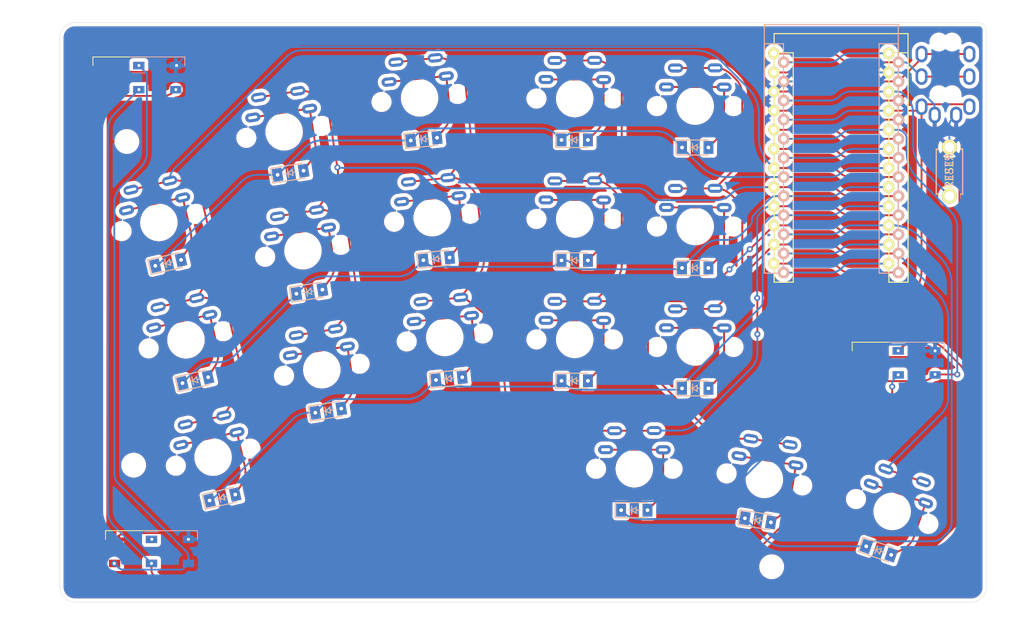
<source format=kicad_pcb>
(kicad_pcb (version 20210722) (generator pcbnew)
  (layers (0 "F.Cu" signal) (31 "B.Cu" signal) (34 "B.Paste" user) (35 "F.Paste" user) (36 "B.SilkS" user "B.Silkscreen") (37 "F.SilkS" user "F.Silkscreen") (38 "B.Mask" user) (39 "F.Mask" user) (44 "Edge.Cuts" user))
  (net 0 "")
  (net 1 "vcc")
  (net 2 "Net-(D1-Pad2)")
  (net 3 "led")
  (net 4 "GND")
  (net 5 "Net-(D2-Pad2)")
  (net 6 "Net-(D3-Pad2)")
  (net 7 "Net-(D4-Pad2)")
  (net 8 "row0")
  (net 9 "Net-(D5-Pad2)")
  (net 10 "row1")
  (net 11 "Net-(D6-Pad2)")
  (net 12 "row2")
  (net 13 "Net-(D7-Pad2)")
  (net 14 "Net-(D8-Pad2)")
  (net 15 "Net-(D9-Pad2)")
  (net 16 "Net-(D10-Pad2)")
  (net 17 "Net-(D11-Pad2)")
  (net 18 "Net-(D12-Pad2)")
  (net 19 "Net-(D13-Pad2)")
  (net 20 "row3")
  (net 21 "Net-(D14-Pad2)")
  (net 22 "Net-(D15-Pad2)")
  (net 23 "Net-(D16-Pad2)")
  (net 24 "Net-(D17-Pad2)")
  (net 25 "Net-(D18-Pad2)")
  (net 26 "Net-(D19-Pad2)")
  (net 27 "Net-(D20-Pad2)")
  (net 28 "unconnected-(D21-Pad2)")
  (net 29 "col0")
  (net 30 "col1")
  (net 31 "col2")
  (net 32 "col3")
  (net 33 "col4")
  (net 34 "unconnected-(U2-Pad5)")
  (net 35 "unconnected-(U2-Pad6)")
  (net 36 "unconnected-(U2-Pad12)")
  (net 37 "tx0")
  (net 38 "unconnected-(U2-Pad13)")
  (net 39 "unconnected-(U2-Pad14)")
  (net 40 "unconnected-(U2-Pad19)")
  (net 41 "rx1")
  (net 42 "unconnected-(U2-Pad22)")
  (net 43 "unconnected-(U2-Pad24)")
  (footprint "perce:MX-reversible-min-spacing" (layer "F.Cu") (at 115.647892 78.559987 13)
    (fp_text reference "SW1")
    (fp_text value "SW_Push" hide)
  )
  (footprint "perce:MX-reversible-min-spacing" (layer "F.Cu") (at 119.247106 94.149905 13)
    (fp_text reference "SW2")
    (fp_text value "SW_Push" hide)
  )
  (footprint "perce:MX-reversible-min-spacing" (layer "F.Cu") (at 122.846325 109.739831 13)
    (fp_text reference "SW3")
    (fp_text value "SW_Push" hide)
  )
  (footprint "perce:MX-reversible-min-spacing" (layer "F.Cu") (at 132.27525 66.520801 9)
    (fp_text reference "SW4")
    (fp_text value "SW_Push" hide)
  )
  (footprint "perce:MX-reversible-min-spacing" (layer "F.Cu") (at 134.778198 82.323814 9)
    (fp_text reference "SW5")
    (fp_text value "SW_Push" hide)
  )
  (footprint "perce:MX-reversible-min-spacing" (layer "F.Cu") (at 137.28115 98.126827 9)
    (fp_text reference "SW6")
    (fp_text value "SW_Push" hide)
  )
  (footprint "perce:MX-reversible-min-spacing" (layer "F.Cu") (at 150.259201 62.012813 6)
    (fp_text reference "SW7")
    (fp_text value "SW_Push" hide)
  )
  (footprint "perce:MX-reversible-min-spacing" (layer "F.Cu") (at 151.931656 77.925164 6)
    (fp_text reference "SW8")
    (fp_text value "SW_Push" hide)
  )
  (footprint "perce:MX-reversible-min-spacing" (layer "F.Cu") (at 153.604111 93.837514 6)
    (fp_text reference "SW9")
    (fp_text value "SW_Push" hide)
  )
  (footprint "perce:MX-reversible-min-spacing" (layer "F.Cu") (at 170.852603 78.099287)
    (fp_text reference "SW12")
    (fp_text value "SW_Push" hide)
  )
  (footprint "perce:MX-reversible-min-spacing" (layer "F.Cu") (at 170.852603 94.099288)
    (fp_text reference "SW13")
    (fp_text value "SW_Push" hide)
  )
  (footprint "perce:MX-reversible-min-spacing" (layer "F.Cu") (at 186.852606 63.099287)
    (fp_text reference "SW15")
    (fp_text value "SW_Push" hide)
  )
  (footprint "perce:MX-reversible-min-spacing" (layer "F.Cu") (at 186.852605 79.099286)
    (fp_text reference "SW16")
    (fp_text value "SW_Push" hide)
  )
  (footprint "perce:MX-reversible-min-spacing" (layer "F.Cu") (at 186.852605 95.099287)
    (fp_text reference "SW17")
    (fp_text value "SW_Push" hide)
  )
  (footprint "perce:TRRS-PJ-320A-dual_slim" (layer "F.Cu") (at 223.245799 52.976821)
    (fp_text reference "U1")
    (fp_text value "TRRS")
  )
  (footprint "perce:ReversibleProMicro" (layer "F.Cu") (at 206.114279 70.854254)
    (fp_text reference "U2" hide)
    (fp_text value "ProMicro" hide)
  )
  (footprint "perce:MX-reversible-min-spacing" (layer "F.Cu") (at 170.852605 62.099287)
    (fp_text reference "SW11")
    (fp_text value "SW_Push" hide)
  )
  (footprint "perce:MX-reversible-min-spacing" (layer "F.Cu") (at 196.03515 112.694539 -9)
    (fp_text reference "SW14")
    (fp_text value "SW_Push" hide)
  )
  (footprint "perce:MX-reversible-min-spacing" (layer "F.Cu") (at 212.999333 116.954097 -19)
    (fp_text reference "SW18")
    (fp_text value "SW_Push" hide)
  )
  (footprint "perce:MX-reversible-min-spacing" (layer "F.Cu") (at 178.767254 111.287018)
    (fp_text reference "SW10")
    (fp_text value "SW_Push" hide)
  )
  (footprint "" (layer "F.Cu") (at 197 124.3)
    (fp_text reference "")
    (fp_text value "")
  )
  (footprint "" (layer "F.Cu") (at 112.3 110.8)
    (fp_text reference "")
    (fp_text value "")
  )
  (footprint "foostan kbd master kicad-footprints-kbd:thread_m2" (layer "F.Cu") (at 111.4 67.8)
    (fp_text reference "Ref**" hide)
    (fp_text value "Val**" hide)
  )
  (footprint "foostan kbd master kicad-footprints-kbd:ResetSW" (layer "F.Cu") (at 220.6 71.8 90)
    (fp_text reference "RSW1" hide)
    (fp_text value "SW_PUSH")
  )
  (footprint "perce:LED_WS2812B_PLCC4_5.0x5.0mm_P3.2mm" (layer "B.Cu") (at 216.239569 97.214958)
    (fp_text reference "D19")
    (fp_text value "WS2812B")
  )
  (footprint "perce:LED_WS2812B_PLCC4_5.0x5.0mm_P3.2mm" (layer "B.Cu") (at 115.439999 59.314956)
    (fp_text reference "D20")
    (fp_text value "WS2812B")
  )
  (footprint "perce:LED_WS2812B_PLCC4_5.0x5.0mm_P3.2mm" (layer "B.Cu") (at 117.12 122.26)
    (fp_text reference "D21")
    (fp_text value "WS2812B")
  )
  (footprint "perce:D_MiniMELF-DoubleSide" (layer "B.Cu") (at 116.885124 83.919021 13)
    (fp_text reference "D1")
    (fp_text value "D_Small")
  )
  (footprint "perce:D_MiniMELF-DoubleSide" (layer "B.Cu") (at 120.48434 99.508942 13)
    (fp_text reference "D2")
    (fp_text value "D_Small")
  )
  (footprint "perce:D_MiniMELF-DoubleSide" (layer "B.Cu") (at 124.083555 115.098861 13)
    (fp_text reference "D3")
    (fp_text value "D_Small")
  )
  (footprint "perce:D_MiniMELF-DoubleSide" (layer "B.Cu") (at 133.135636 71.953084 9)
    (fp_text reference "D4")
    (fp_text value "D_Small")
  )
  (footprint "perce:D_MiniMELF-DoubleSide" (layer "B.Cu") (at 135.63859 87.7561 9)
    (fp_text reference "D5")
    (fp_text value "D_Small")
  )
  (footprint "perce:D_MiniMELF-DoubleSide" (layer "B.Cu") (at 138.141539 103.559114 9)
    (fp_text reference "D6")
    (fp_text value "D_Small")
  )
  (footprint "perce:D_MiniMELF-DoubleSide" (layer "B.Cu") (at 150.834107 67.482685 6)
    (fp_text reference "D7")
    (fp_text value "D_Small")
  )
  (footprint "perce:D_MiniMELF-DoubleSide" (layer "B.Cu") (at 152.506563 83.395034 6)
    (fp_text reference "D8")
    (fp_text value "D_Small")
  )
  (footprint "perce:D_MiniMELF-DoubleSide" (layer "B.Cu") (at 154.179018 99.307384 6)
    (fp_text reference "D9")
    (fp_text value "D_Small")
  )
  (footprint "perce:D_MiniMELF-DoubleSide" (layer "B.Cu") (at 170.852606 67.599286)
    (fp_text reference "D11")
    (fp_text value "D_Small")
  )
  (footprint "perce:D_MiniMELF-DoubleSide" (layer "B.Cu") (at 170.852604 83.599285)
    (fp_text reference "D12")
    (fp_text value "D_Small")
  )
  (footprint "perce:D_MiniMELF-DoubleSide" (layer "B.Cu") (at 170.852604 99.599285)
    (fp_text reference "D13")
    (fp_text value "D_Small")
  )
  (footprint "perce:D_MiniMELF-DoubleSide" (layer "B.Cu") (at 186.852604 84.599285)
    (fp_text reference "D16")
    (fp_text value "D_Small")
  )
  (footprint "perce:D_MiniMELF-DoubleSide" (layer "B.Cu") (at 186.852604 100.599287)
    (fp_text reference "D17")
    (fp_text value "D_Small")
  )
  (footprint "perce:D_MiniMELF-DoubleSide" (layer "B.Cu") (at 186.852605 68.599286)
    (fp_text reference "D15")
    (fp_text value "D_Small")
  )
  (footprint "perce:D_MiniMELF-DoubleSide" (layer "B.Cu") (at 211.208705 122.154448 -19)
    (fp_text reference "D18")
    (fp_text value "D_Small")
  )
  (footprint "perce:D_MiniMELF-DoubleSide" (layer "B.Cu") (at 195.174759 118.126822 -9)
    (fp_text reference "D14")
    (fp_text value "D_Small")
  )
  (footprint "perce:D_MiniMELF-DoubleSide" (layer "B.Cu") (at 178.767254 116.787017)
    (fp_text reference "D10")
    (fp_text value "D_Small")
  )
  (footprint "perce:tapir" (layer "B.Cu") (at 206.2 92 180)
    (fp_text reference "G***" hide)
    (fp_text value "LOGO" hide)
  )
  (gr_arc (start 104.5 54) (end 102.5 54) (angle 90) (layer "Edge.Cuts") (width 0.05))
  (gr_arc (start 224.5 53) (end 224.5 52) (angle 90) (layer "Edge.Cuts") (width 0.05))
  (gr_line (start 225.5 127) (end 225.5 53) (layer "Edge.Cuts") (width 0.05))
  (gr_line (start 104.5 129) (end 223.5 129) (layer "Edge.Cuts") (width 0.05))
  (gr_arc (start 104.5 127) (end 102.5 127) (angle -90) (layer "Edge.Cuts") (width 0.05))
  (gr_arc (start 223.5 127) (end 225.5 127) (angle 90) (layer "Edge.Cuts") (width 0.05))
  (gr_line (start 224.5 52) (end 104.5 52) (layer "Edge.Cuts") (width 0.05))
  (gr_line (start 102.5 54) (end 102.5 127) (layer "Edge.Cuts") (width 0.05))
  (segment (start 207.906409 100.249438) (end 207.546447 99.889476) (width 0.25) (layer "F.Cu") (net 1))
  (segment (start 207.692893 94.912612) (end 207.812612 94.792893) (width 0.25) (layer "F.Cu") (net 1))
  (segment (start 209.953904 93.914213) (end 215.431333 88.436784) (width 0.25) (layer "F.Cu") (net 1))
  (segment (start 216.368366 63.704254) (end 212.534279 63.704254) (width 0.25) (layer "F.Cu") (net 1))
  (segment (start 216.895799 63.176821) (end 216.368366 63.704254) (width 0.25) (layer "F.Cu") (net 1))
  (segment (start 213 100.364959) (end 213 102.971035) (width 0.25) (layer "F.Cu") (net 1))
  (segment (start 114.962893 125.452893) (end 115.044214 125.534214) (width 0.25) (layer "F.Cu") (net 1))
  (segment (start 208.088046 100.324675) (end 207.906409 100.249438) (width 0.25) (layer "F.Cu") (net 1))
  (segment (start 208.280872 100.36303) (end 208.088046 100.324675) (width 0.25) (layer "F.Cu") (net 1))
  (segment (start 208.519719 94.5) (end 208.53969 94.5) (width 0.25) (layer "F.Cu") (net 1))
  (segment (start 222.921279 62.852301) (end 223.245799 63.176821) (width 0.25) (layer "F.Cu") (net 1))
  (segment (start 212.12132 105.092356) (end 191.972355 125.241321) (width 0.25) (layer "F.Cu") (net 1))
  (segment (start 216.895799 84.90125) (end 216.895799 63.176821) (width 0.25) (layer "F.Cu") (net 1))
  (segment (start 189.851035 126.12) (end 116.458427 126.12) (width 0.25) (layer "F.Cu") (net 1))
  (segment (start 213 102.971035) (end 211.270675 101.24171) (width 0.25) (layer "F.Cu") (net 1))
  (segment (start 209.149354 100.36303) (end 208.280872 100.36303) (width 0.25) (layer "F.Cu") (net 1))
  (segment (start 207.4 99.535922) (end 207.4 95.619719) (width 0.25) (layer "F.Cu") (net 1))
  (segment (start 216.895799 63.176821) (end 217.220319 62.852301) (width 0.25) (layer "F.Cu") (net 1))
  (segment (start 217.220319 62.852301) (end 222.921279 62.852301) (width 0.25) (layer "F.Cu") (net 1))
  (segment (start 114.67 123.86) (end 114.67 124.745786) (width 0.25) (layer "F.Cu") (net 1))
  (via (at 113 60.9) (size 0.8) (drill 0.4) (layers "F.Cu" "B.Cu") (net 1))
  (via (at 114.67 123.86) (size 0.8) (drill 0.4) (layers "F.Cu" "B.Cu") (net 1))
  (via (at 213 100.364959) (size 0.8) (drill 0.4) (layers "F.Cu" "B.Cu") (net 1))
  (via (at 213.8 98.8) (size 0.8) (drill 0.4) (layers "F.Cu" "B.Cu") (net 1))
  (arc (start 207.546447 99.889476) (mid 207.43806 99.727264) (end 207.4 99.535922) (width 0.25) (layer "F.Cu") (net 1))
  (arc (start 115.044214 125.534214) (mid 115.69306 125.967759) (end 116.458427 126.12) (width 0.25) (layer "F.Cu") (net 1))
  (arc (start 213 102.971035) (mid 212.771638 104.119086) (end 212.12132 105.092356) (width 0.25) (layer "F.Cu") (net 1))
  (arc (start 207.4 95.619719) (mid 207.47612 95.237036) (end 207.692893 94.912612) (width 0.25) (layer "F.Cu") (net 1))
  (arc (start 208.53969 94.5) (mid 209.305057 94.347759) (end 209.953904 93.914213) (width 0.25) (layer "F.Cu") (net 1))
  (arc (start 207.812612 94.792893) (mid 208.137036 94.57612) (end 208.519719 94.5) (width 0.25) (layer "F.Cu") (net 1))
  (arc (start 216.895799 84.90125) (mid 216.515197 86.814667) (end 215.431333 88.436784) (width 0.25) (layer "F.Cu") (net 1))
  (arc (start 114.962893 125.452893) (mid 114.74612 125.12847) (end 114.67 124.745786) (width 0.25) (layer "F.Cu") (net 1))
  (arc (start 189.851035 126.12) (mid 190.999085 125.891639) (end 191.972355 125.241321) (width 0.25) (layer "F.Cu") (net 1))
  (arc (start 211.270675 101.24171) (mid 210.297405 100.591392) (end 209.149354 100.36303) (width 0.25) (layer "F.Cu") (net 1))
  (segment (start 109.759169 118.949169) (end 114.67 123.86) (width 0.25) (layer "B.Cu") (net 1))
  (segment (start 198.593094 64.899999) (end 204.771574 64.899999) (width 0.25) (layer "B.Cu") (net 1))
  (segment (start 207.624173 63.704254) (end 212.534279 63.704254) (width 0.25) (layer "B.Cu") (net 1))
  (segment (start 213.292893 99.311634) (end 213.789569 98.814958) (width 0.25) (layer "B.Cu") (net 1))
  (segment (start 108.880489 66.262152) (end 108.880489 116.827848) (width 0.25) (layer "B.Cu") (net 1))
  (segment (start 213 100.364959) (end 213 100.018741) (width 0.25) (layer "B.Cu") (net 1))
  (segment (start 113 60.9) (end 109.759168 64.140832) (width 0.25) (layer "B.Cu") (net 1))
  (segment (start 206.185788 64.314212) (end 206.20996 64.29004) (width 0.25) (layer "B.Cu") (net 1))
  (arc (start 108.880489 116.827848) (mid 109.108851 117.975899) (end 109.759169 118.949169) (width 0.25) (layer "B.Cu") (net 1))
  (arc (start 213 100.018741) (mid 213.07612 99.636058) (end 213.292893 99.311634) (width 0.25) (layer "B.Cu") (net 1))
  (arc (start 206.20996 64.29004) (mid 206.858806 63.856495) (end 207.624173 63.704254) (width 0.25) (layer "B.Cu") (net 1))
  (arc (start 206.185788 64.314212) (mid 205.536941 64.747758) (end 204.771574 64.899999) (width 0.25) (layer "B.Cu") (net 1))
  (arc (start 109.759168 64.140832) (mid 109.10885 65.114102) (end 108.880489 66.262152) (width 0.25) (layer "B.Cu") (net 1))
  (segment (start 119.490563 82.084586) (end 118.590271 83.525357) (width 0.25) (layer "F.Cu") (net 2))
  (segment (start 111.364167 76.942149) (end 118.788868 75.228022) (width 0.25) (layer "F.Cu") (net 2))
  (segment (start 118.812854 75.24301) (end 119.869529 79.819978) (width 0.25) (layer "F.Cu") (net 2))
  (segment (start 118.788868 75.228022) (end 118.812854 75.24301) (width 0.25) (layer "F.Cu") (net 2))
  (arc (start 119.490563 82.084586) (mid 119.905275 80.989972) (end 119.869529 79.819978) (width 0.25) (layer "F.Cu") (net 2))
  (segment (start 221.64 98.75) (end 218.699569 98.75) (width 0.25) (layer "F.Cu") (net 3))
  (segment (start 208.889569 98.814958) (end 209.128784 99.054173) (width 0.25) (layer "F.Cu") (net 3))
  (segment (start 210.542997 99.639959) (end 216.697677 99.639959) (width 0.25) (layer "F.Cu") (net 3))
  (segment (start 218.699569 98.75) (end 218.689569 98.74) (width 0.25) (layer "F.Cu") (net 3))
  (via (at 221.64 98.75) (size 0.8) (drill 0.4) (layers "F.Cu" "B.Cu") (net 3))
  (via (at 218.689569 98.74) (size 0.8) (drill 0.4) (layers "F.Cu" "B.Cu") (net 3))
  (arc (start 209.128784 99.054173) (mid 209.77763 99.487718) (end 210.542997 99.639959) (width 0.25) (layer "F.Cu") (net 3))
  (arc (start 216.697677 99.639959) (mid 217.775745 99.425518) (end 218.689569 98.814958) (width 0.25) (layer "F.Cu") (net 3))
  (segment (start 221.64 98.75) (end 221.64 79.205785) (width 0.25) (layer "B.Cu") (net 3))
  (segment (start 207.664171 66.244254) (end 212.534279 66.244254) (width 0.25) (layer "B.Cu") (net 3))
  (segment (start 214.626712 66.697057) (end 214.466802 66.537147) (width 0.25) (layer "B.Cu") (net 3))
  (segment (start 198.593094 67.439999) (end 204.811572 67.439999) (width 0.25) (layer "B.Cu") (net 3))
  (segment (start 206.225786 66.854212) (end 206.249958 66.83004) (width 0.25) (layer "B.Cu") (net 3))
  (segment (start 213.759695 66.244254) (end 212.534279 66.244254) (width 0.25) (layer "B.Cu") (net 3))
  (segment (start 220.761321 77.084465) (end 216.384071 72.707214) (width 0.25) (layer "B.Cu") (net 3))
  (segment (start 214.919605 69.17168) (end 214.919605 67.404164) (width 0.25) (layer "B.Cu") (net 3))
  (arc (start 214.919605 67.404164) (mid 214.843485 67.02148) (end 214.626712 66.697057) (width 0.25) (layer "B.Cu") (net 3))
  (arc (start 206.225786 66.854212) (mid 205.576939 67.287758) (end 204.811572 67.439999) (width 0.25) (layer "B.Cu") (net 3))
  (arc (start 206.249958 66.83004) (mid 206.898804 66.396495) (end 207.664171 66.244254) (width 0.25) (layer "B.Cu") (net 3))
  (arc (start 216.384071 72.707214) (mid 215.300207 71.085097) (end 214.919605 69.17168) (width 0.25) (layer "B.Cu") (net 3))
  (arc (start 214.466802 66.537147) (mid 214.142379 66.320374) (end 213.759695 66.244254) (width 0.25) (layer "B.Cu") (net 3))
  (arc (start 220.761321 77.084465) (mid 221.411639 78.057735) (end 221.64 79.205785) (width 0.25) (layer "B.Cu") (net 3))
  (segment (start 117.74583 57.95417) (end 118 57.7) (width 0.25) (layer "F.Cu") (net 4))
  (segment (start 221.045831 68.995831) (end 220.6 68.55) (width 0.25) (layer "F.Cu") (net 4))
  (segment (start 108.089569 57.714956) (end 108.328784 57.954171) (width 0.25) (layer "F.Cu") (net 4))
  (segment (start 221.924511 81.632848) (end 221.924511 71.117152) (width 0.25) (layer "F.Cu") (net 4))
  (segment (start 207.559918 62.359999) (end 213.833094 62.359999) (width 0.25) (layer "F.Cu") (net 4))
  (segment (start 109.77 120.66) (end 110.008725 120.421275) (width 0.25) (layer "F.Cu") (net 4))
  (segment (start 206.121533 61.750041) (end 206.145705 61.774213) (width 0.25) (layer "F.Cu") (net 4))
  (segment (start 206.090041 64.290041) (end 206.114213 64.314213) (width 0.25) (layer "F.Cu") (net 4))
  (segment (start 207.528426 64.899999) (end 213.833094 64.899999) (width 0.25) (layer "F.Cu") (net 4))
  (segment (start 210.542997 96.439959) (end 217.036141 96.439959) (width 0.25) (layer "F.Cu") (net 4))
  (segment (start 209.185042 95.614958) (end 221.045832 83.754168) (width 0.25) (layer "F.Cu") (net 4))
  (segment (start 197.294279 61.164254) (end 204.707319 61.164254) (width 0.25) (layer "F.Cu") (net 4))
  (segment (start 109.742997 58.539957) (end 116.331616 58.539957) (width 0.25) (layer "F.Cu") (net 4))
  (segment (start 119.331276 120.421276) (end 119.57 120.66) (width 0.25) (layer "F.Cu") (net 4))
  (segment (start 208.889569 95.614958) (end 209.128784 95.854173) (width 0.25) (layer "F.Cu") (net 4))
  (segment (start 218.450355 95.854172) (end 218.689569 95.614958) (width 0.25) (layer "F.Cu") (net 4))
  (segment (start 197.294279 63.704254) (end 204.675827 63.704254) (width 0.25) (layer "F.Cu") (net 4))
  (segment (start 111.422938 119.835489) (end 117.917062 119.835489) (width 0.25) (layer "F.Cu") (net 4))
  (segment (start 208.889569 95.614958) (end 209.185042 95.614958) (width 0.25) (layer "F.Cu") (net 4))
  (via (at 218.689569 95.614958) (size 0.8) (drill 0.4) (layers "F.Cu" "B.Cu") (net 4))
  (via (at 119.57 120.66) (size 0.8) (drill 0.4) (layers "F.Cu" "B.Cu") (net 4))
  (via (at 118 57.7) (size 0.8) (drill 0.4) (layers "F.Cu" "B.Cu") (net 4))
  (arc (start 206.145705 61.774213) (mid 206.794551 62.207758) (end 207.559918 62.359999) (width 0.25) (layer "F.Cu") (net 4))
  (arc (start 221.924511 71.117152) (mid 221.696149 69.969101) (end 221.045831 68.995831) (width 0.25) (layer "F.Cu") (net 4))
  (arc (start 204.707319 61.164254) (mid 205.472686 61.316495) (end 206.121533 61.750041) (width 0.25) (layer "F.Cu") (net 4))
  (arc (start 117.74583 57.95417) (mid 117.096983 58.387716) (end 116.331616 58.539957) (width 0.25) (layer "F.Cu") (net 4))
  (arc (start 207.528426 64.899999) (mid 206.763059 64.747758) (end 206.114213 64.314213) (width 0.25) (layer "F.Cu") (net 4))
  (arc (start 210.542997 96.439959) (mid 209.77763 96.287718) (end 209.128784 95.854173) (width 0.25) (layer "F.Cu") (net 4))
  (arc (start 206.090041 64.290041) (mid 205.441194 63.856495) (end 204.675827 63.704254) (width 0.25) (layer "F.Cu") (net 4))
  (arc (start 119.331276 120.421276) (mid 118.682429 119.98773) (end 117.917062 119.835489) (width 0.25) (layer "F.Cu") (net 4))
  (arc (start 111.422938 119.835489) (mid 110.657571 119.98773) (end 110.008725 120.421275) (width 0.25) (layer "F.Cu") (net 4))
  (arc (start 217.036141 96.439959) (mid 217.801508 96.287718) (end 218.450355 95.854172) (width 0.25) (layer "F.Cu") (net 4))
  (arc (start 221.924511 81.632848) (mid 221.69615 82.780898) (end 221.045832 83.754168) (width 0.25) (layer "F.Cu") (net 4))
  (arc (start 109.742997 58.539957) (mid 108.97763 58.387716) (end 108.328784 57.954171) (width 0.25) (layer "F.Cu") (net 4))
  (segment (start 218.689569 95.614958) (end 218.450845 95.376234) (width 0.25) (layer "B.Cu") (net 4))
  (segment (start 212.534279 58.624254) (end 213.929018 58.624254) (width 0.25) (layer "B.Cu") (net 4))
  (segment (start 207.504173 58.624254) (end 212.534279 58.624254) (width 0.25) (layer "B.Cu") (net 4))
  (segment (start 220.892893 64.879727) (end 221.495799 64.276821) (width 0.25) (layer "B.Cu") (net 4))
  (segment (start 193.150445 57.02042) (end 197.294279 61.164254) (width 0.25) (layer "B.Cu") (net 4))
  (segment (start 124.051321 119.78132) (end 127.353962 116.478679) (width 0.25) (layer "B.Cu") (net 4))
  (segment (start 220.6 68.55) (end 220.6 65.586834) (width 0.25) (layer "B.Cu") (net 4))
  (segment (start 206.065788 59.234212) (end 206.08996 59.21004) (width 0.25) (layer "B.Cu") (net 4))
  (segment (start 198.593094 59.819999) (end 204.651574 59.819999) (width 0.25) (layer "B.Cu") (net 4))
  (segment (start 188.481757 115.6) (end 129.475282 115.6) (width 0.25) (layer "B.Cu") (net 4))
  (segment (start 217.036631 94.790447) (end 212.605018 94.790447) (width 0.25) (layer "B.Cu") (net 4))
  (segment (start 214.636125 58.917147) (end 218.352906 62.633928) (width 0.25) (layer "B.Cu") (net 4))
  (segment (start 117.889569 57.714956) (end 119.49297 56.111555) (width 0.25) (layer "B.Cu") (net 4))
  (segment (start 119.57 120.66) (end 121.93 120.66) (width 0.25) (layer "B.Cu") (net 4))
  (segment (start 209.776591 95.96202) (end 191.310184 114.428427) (width 0.25) (layer "B.Cu") (net 4))
  (segment (start 121.61429 55.232876) (end 188.834933 55.232876) (width 0.25) (layer "B.Cu") (net 4))
  (segment (start 218.645799 63.341035) (end 218.645799 64.276821) (width 0.25) (layer "B.Cu") (net 4))
  (arc (start 212.605018 94.790447) (mid 211.074284 95.094929) (end 209.776591 95.96202) (width 0.25) (layer "B.Cu") (net 4))
  (arc (start 188.834933 55.232876) (mid 191.170471 55.697443) (end 193.150445 57.02042) (width 0.25) (layer "B.Cu") (net 4))
  (arc (start 220.6 65.586834) (mid 220.67612 65.204151) (end 220.892893 64.879727) (width 0.25) (layer "B.Cu") (net 4))
  (arc (start 121.93 120.66) (mid 123.078051 120.431638) (end 124.051321 119.78132) (width 0.25) (layer "B.Cu") (net 4))
  (arc (start 218.352906 62.633928) (mid 218.569679 62.958351) (end 218.645799 63.341035) (width 0.25) (layer "B.Cu") (net 4))
  (arc (start 218.450845 95.376234) (mid 217.801998 94.942688) (end 217.036631 94.790447) (width 0.25) (layer "B.Cu") (net 4))
  (arc (start 191.310184 114.428427) (mid 190.012491 115.295518) (end 188.481757 115.6) (width 0.25) (layer "B.Cu") (net 4))
  (arc (start 213.929018 58.624254) (mid 214.311701 58.700374) (end 214.636125 58.917147) (width 0.25) (layer "B.Cu") (net 4))
  (arc (start 119.49297 56.111555) (mid 120.46624 55.461237) (end 121.61429 55.232876) (width 0.25) (layer "B.Cu") (net 4))
  (arc (start 204.651574 59.819999) (mid 205.416941 59.667758) (end 206.065788 59.234212) (width 0.25) (layer "B.Cu") (net 4))
  (arc (start 206.08996 59.21004) (mid 206.738806 58.776495) (end 207.504173 58.624254) (width 0.25) (layer "B.Cu") (net 4))
  (arc (start 127.353962 116.478679) (mid 128.327232 115.828361) (end 129.475282 115.6) (width 0.25) (layer "B.Cu") (net 4))
  (segment (start 114.963384 92.53207) (end 122.388081 90.817942) (width 0.25) (layer "F.Cu") (net 5))
  (segment (start 122.412067 90.83293) (end 123.468744 95.409901) (width 0.25) (layer "F.Cu") (net 5))
  (segment (start 123.089777 97.674513) (end 122.189486 99.115278) (width 0.25) (layer "F.Cu") (net 5))
  (segment (start 122.388081 90.817942) (end 122.412067 90.83293) (width 0.25) (layer "F.Cu") (net 5))
  (arc (start 123.468744 95.409901) (mid 123.50449 96.579898) (end 123.089777 97.674513) (width 0.25) (layer "F.Cu") (net 5))
  (segment (start 118.5626 108.121992) (end 125.987299 106.407865) (width 0.25) (layer "F.Cu") (net 6))
  (segment (start 126.011286 106.422855) (end 127.067961 110.999819) (width 0.25) (layer "F.Cu") (net 6))
  (segment (start 126.688996 113.264428) (end 125.788704 114.705198) (width 0.25) (layer "F.Cu") (net 6))
  (segment (start 125.987299 106.407865) (end 126.011286 106.422855) (width 0.25) (layer "F.Cu") (net 6))
  (arc (start 127.067961 110.999819) (mid 127.103708 112.169814) (end 126.688996 113.264428) (width 0.25) (layer "F.Cu") (net 6))
  (segment (start 135.862694 70.304869) (end 134.864091 71.679325) (width 0.25) (layer "F.Cu") (net 7))
  (segment (start 128.114813 64.608087) (end 135.640998 63.416058) (width 0.25) (layer "F.Cu") (net 7))
  (segment (start 135.66388 63.432683) (end 136.398709 68.072207) (width 0.25) (layer "F.Cu") (net 7))
  (segment (start 135.640998 63.416058) (end 135.66388 63.432683) (width 0.25) (layer "F.Cu") (net 7))
  (arc (start 135.862694 70.304869) (mid 136.352754 69.241848) (end 136.398709 68.072207) (width 0.25) (layer "F.Cu") (net 7))
  (segment (start 183.422403 66.975595) (end 183.685645 67.185523) (width 0.25) (layer "B.Cu") (net 8))
  (segment (start 149.093694 67.665609) (end 150.112055 66.647248) (width 0.25) (layer "B.Cu") (net 8))
  (segment (start 151.526268 66.061462) (end 166.322141 66.061462) (width 0.25) (layer "B.Cu") (net 8))
  (segment (start 168.443462 66.940142) (end 169.102605 67.599285) (width 0.25) (layer "B.Cu") (net 8))
  (segment (start 182.833957 66.650372) (end 183.137312 66.79646) (width 0.25) (layer "B.Cu") (net 8))
  (segment (start 169.132701 67.599286) (end 169.429022 67.302965) (width 0.25) (layer "B.Cu") (net 8))
  (segment (start 207.704173 71.324254) (end 212.534279 71.324254) (width 0.25) (layer "B.Cu") (net 8))
  (segment (start 182.187895 66.464245) (end 182.516152 66.539168) (width 0.25) (layer "B.Cu") (net 8))
  (segment (start 115.179977 84.312685) (end 115.21934 84.312685) (width 0.25) (layer "B.Cu") (net 8))
  (segment (start 128.754926 72.226845) (end 130.561982 72.226844) (width 0.25) (layer "B.Cu") (net 8))
  (segment (start 187.558852 71.055533) (end 183.688842 67.185523) (width 0.25) (layer "B.Cu") (net 8))
  (segment (start 169.102605 67.599285) (end 169.132701 67.599286) (width 0.25) (layer "B.Cu") (net 8))
  (segment (start 181.684964 66.424285) (end 181.853313 66.426547) (width 0.25) (layer "B.Cu") (net 8))
  (segment (start 198.593094 72.519999) (end 191.094386 72.519999) (width 0.25) (layer "B.Cu") (net 8))
  (segment (start 182.516152 66.539168) (end 182.833957 66.650372) (width 0.25) (layer "B.Cu") (net 8))
  (segment (start 171.550342 66.424286) (end 181.684964 66.424285) (width 0.25) (layer "B.Cu") (net 8))
  (segment (start 132.00483 71.629196) (end 135.089738 68.544288) (width 0.25) (layer "B.Cu") (net 8))
  (segment (start 115.572891 84.166239) (end 126.633607 73.105524) (width 0.25) (layer "B.Cu") (net 8))
  (segment (start 183.688842 67.185523) (end 183.685645 67.185523) (width 0.25) (layer "B.Cu") (net 8))
  (segment (start 198.593094 72.519999) (end 204.851574 72.519999) (width 0.25) (layer "B.Cu") (net 8))
  (segment (start 181.853313 66.426547) (end 182.187895 66.464245) (width 0.25) (layer "B.Cu") (net 8))
  (segment (start 137.211058 67.665609) (end 149.093694 67.665609) (width 0.25) (layer "B.Cu") (net 8))
  (segment (start 183.137312 66.79646) (end 183.422403 66.975595) (width 0.25) (layer "B.Cu") (net 8))
  (segment (start 206.265788 71.934212) (end 206.28996 71.91004) (width 0.25) (layer "B.Cu") (net 8))
  (arc (start 166.322141 66.061462) (mid 167.470192 66.289823) (end 168.443462 66.940142) (width 0.25) (layer "B.Cu") (net 8))
  (arc (start 191.094386 72.519999) (mid 189.180969 72.139397) (end 187.558852 71.055533) (width 0.25) (layer "B.Cu") (net 8))
  (arc (start 115.21934 84.312685) (mid 115.41068 84.274625) (end 115.572891 84.166239) (width 0.25) (layer "B.Cu") (net 8))
  (arc (start 206.265788 71.934212) (mid 205.616941 72.367758) (end 204.851574 72.519999) (width 0.25) (layer "B.Cu") (net 8))
  (arc (start 169.429022 67.302965) (mid 170.402292 66.652647) (end 171.550342 66.424286) (width 0.25) (layer "B.Cu") (net 8))
  (arc (start 150.112055 66.647248) (mid 150.760901 66.213703) (end 151.526268 66.061462) (width 0.25) (layer "B.Cu") (net 8))
  (arc (start 135.089738 68.544288) (mid 136.063008 67.89397) (end 137.211058 67.665609) (width 0.25) (layer "B.Cu") (net 8))
  (arc (start 206.28996 71.91004) (mid 206.938806 71.476495) (end 207.704173 71.324254) (width 0.25) (layer "B.Cu") (net 8))
  (arc (start 130.561982 72.226844) (mid 131.342846 72.07152) (end 132.00483 71.629196) (width 0.25) (layer "B.Cu") (net 8))
  (arc (start 126.633607 73.105524) (mid 127.606876 72.455206) (end 128.754926 72.226845) (width 0.25) (layer "B.Cu") (net 8))
  (segment (start 138.166829 79.235696) (end 138.901659 83.875224) (width 0.25) (layer "F.Cu") (net 9))
  (segment (start 138.365646 86.107883) (end 137.367045 87.48234) (width 0.25) (layer "F.Cu") (net 9))
  (segment (start 138.143948 79.219069) (end 138.166829 79.235696) (width 0.25) (layer "F.Cu") (net 9))
  (segment (start 130.617764 80.411099) (end 138.143948 79.219069) (width 0.25) (layer "F.Cu") (net 9))
  (arc (start 138.365646 86.107883) (mid 138.855704 85.044863) (end 138.901659 83.875224) (width 0.25) (layer "F.Cu") (net 9))
  (segment (start 206.245786 74.474212) (end 206.269958 74.45004) (width 0.25) (layer "B.Cu") (net 10))
  (segment (start 168.743318 83.955872) (end 168.837272 83.864618) (width 0.25) (layer "B.Cu") (net 10))
  (segment (start 169.00369 83.70047) (end 169.117339 83.634856) (width 0.25) (layer "B.Cu") (net 10))
  (segment (start 171.982821 84.774287) (end 184.720497 84.774286) (width 0.25) (layer "B.Cu") (net 10))
  (segment (start 151.823412 84.346423) (end 152.076398 84.414211) (width 0.25) (layer "B.Cu") (net 10))
  (segment (start 171.122005 84.575888) (end 171.357211 84.673313) (width 0.25) (layer "B.Cu") (net 10))
  (segment (start 170.22451 83.824171) (end 170.295497 83.892178) (width 0.25) (layer "B.Cu") (net 10))
  (segment (start 152.076398 84.414211) (end 152.336068 84.448397) (width 0.25) (layer "B.Cu") (net 10))
  (segment (start 151.146829 83.955798) (end 151.354617 84.115239) (width 0.25) (layer "B.Cu") (net 10))
  (segment (start 118.779191 99.902606) (end 120.683429 97.998369) (width 0.25) (layer "B.Cu") (net 10))
  (segment (start 167.813703 84.414308) (end 168.066702 84.346517) (width 0.25) (layer "B.Cu") (net 10))
  (segment (start 125.698984 96.24101) (end 133.910135 88.02986) (width 0.25) (layer "B.Cu") (net 10))
  (segment (start 171.357211 84.673313) (end 171.603121 84.739205) (width 0.25) (layer "B.Cu") (net 10))
  (segment (start 152.336068 84.448397) (end 152.467023 84.450405) (width 0.25) (layer "B.Cu") (net 10))
  (segment (start 169.879466 83.639741) (end 170.06107 83.714964) (width 0.25) (layer "B.Cu") (net 10))
  (segment (start 171.603121 84.739205) (end 171.855528 84.772434) (width 0.25) (layer "B.Cu") (net 10))
  (segment (start 194.4 78.285786) (end 194.4 78.176187) (width 0.25) (layer "B.Cu") (net 10))
  (segment (start 149.499478 84.844631) (end 150.76615 83.577959) (width 0.25) (layer "B.Cu") (net 10))
  (segment (start 152.467023 84.450405) (end 167.423058 84.450405) (width 0.25) (layer "B.Cu") (net 10))
  (segment (start 167.423058 84.450405) (end 167.55402 84.448496) (width 0.25) (layer "B.Cu") (net 10))
  (segment (start 184.912962 84.73894) (end 187.897272 81.75463) (width 0.25) (layer "B.Cu") (net 10))
  (segment (start 170.901528 84.448595) (end 171.122005 84.575888) (width 0.25) (layer "B.Cu") (net 10))
  (segment (start 171.855528 84.772434) (end 171.982821 84.774287) (width 0.25) (layer "B.Cu") (net 10))
  (segment (start 170.06107 83.714964) (end 170.22451 83.824171) (width 0.25) (layer "B.Cu") (net 10))
  (segment (start 150.76615 83.577959) (end 151.05281 83.864619) (width 0.25) (layer "B.Cu") (net 10))
  (segment (start 198.593094 75.059999) (end 204.831572 75.059999) (width 0.25) (layer "B.Cu") (net 10))
  (segment (start 169.309712 83.599285) (end 169.588392 83.599286) (width 0.25) (layer "B.Cu") (net 10))
  (segment (start 170.699552 84.293614) (end 170.901528 84.448595) (width 0.25) (layer "B.Cu") (net 10))
  (segment (start 170.295497 83.892178) (end 170.608233 84.204914) (width 0.25) (layer "B.Cu") (net 10))
  (segment (start 133.910135 88.029859) (end 135.338008 86.601988) (width 0.25) (layer "B.Cu") (net 10))
  (segment (start 168.956158 83.745732) (end 169.00369 83.70047) (width 0.25) (layer "B.Cu") (net 10))
  (segment (start 194.107107 78.992893) (end 193.102728 79.997272) (width 0.25) (layer "B.Cu") (net 10))
  (segment (start 184.786143 84.772921) (end 184.912962 84.73894) (width 0.25) (layer "B.Cu") (net 10))
  (segment (start 137.459327 85.723309) (end 147.378158 85.72331) (width 0.25) (layer "B.Cu") (net 10))
  (segment (start 122.804748 97.11969) (end 123.577665 97.11969) (width 0.25) (layer "B.Cu") (net 10))
  (segment (start 169.588392 83.599286) (end 169.686676 83.601393) (width 0.25) (layer "B.Cu") (net 10))
  (segment (start 197.516188 75.059999) (end 198.593094 75.059999) (width 0.25) (layer "B.Cu") (net 10))
  (segment (start 168.837272 83.864618) (end 168.956158 83.745732) (width 0.25) (layer "B.Cu") (net 10))
  (segment (start 151.581438 84.246195) (end 151.823412 84.346423) (width 0.25) (layer "B.Cu") (net 10))
  (segment (start 168.066702 84.346517) (end 168.308688 84.246283) (width 0.25) (layer "B.Cu") (net 10))
  (segment (start 194.692893 77.46908) (end 196.809081 75.352892) (width 0.25) (layer "B.Cu") (net 10))
  (segment (start 170.608233 84.204914) (end 170.699552 84.293614) (width 0.25) (layer "B.Cu") (net 10))
  (segment (start 169.117339 83.634856) (end 169.244097 83.60089) (width 0.25) (layer "B.Cu") (net 10))
  (segment (start 168.53552 84.115321) (end 168.743318 83.955872) (width 0.25) (layer "B.Cu") (net 10))
  (segment (start 169.686676 83.601393) (end 169.879466 83.639741) (width 0.25) (layer "B.Cu") (net 10))
  (segment (start 190.981408 80.875951) (end 190.018592 80.875951) (width 0.25) (layer "B.Cu") (net 10))
  (segment (start 151.05281 83.864619) (end 151.146829 83.955798) (width 0.25) (layer "B.Cu") (net 10))
  (segment (start 168.308688 84.246283) (end 168.53552 84.115321) (width 0.25) (layer "B.Cu") (net 10))
  (segment (start 167.55402 84.448496) (end 167.813703 84.414308) (width 0.25) (layer "B.Cu") (net 10))
  (segment (start 169.244097 83.60089) (end 169.309712 83.599285) (width 0.25) (layer "B.Cu") (net 10))
  (segment (start 207.684171 73.864254) (end 212.534279 73.864254) (width 0.25) (layer "B.Cu") (net 10))
  (segment (start 184.720497 84.774286) (end 184.786143 84.772921) (width 0.25) (layer "B.Cu") (net 10))
  (segment (start 151.354617 84.115239) (end 151.581438 84.246195) (width 0.25) (layer "B.Cu") (net 10))
  (arc (start 206.269958 74.45004) (mid 206.918804 74.016495) (end 207.684171 73.864254) (width 0.25) (layer "B.Cu") (net 10))
  (arc (start 196.809081 75.352892) (mid 197.133504 75.136119) (end 197.516188 75.059999) (width 0.25) (layer "B.Cu") (net 10))
  (arc (start 123.577665 97.11969) (mid 124.725715 96.891328) (end 125.698984 96.24101) (width 0.25) (layer "B.Cu") (net 10))
  (arc (start 194.4 78.285786) (mid 194.32388 78.668469) (end 194.107107 78.992893) (width 0.25) (layer "B.Cu") (net 10))
  (arc (start 190.981408 80.875951) (mid 192.129458 80.64759) (end 193.102728 79.997272) (width 0.25) (layer "B.Cu") (net 10))
  (arc (start 122.804748 97.11969) (mid 121.656699 97.348051) (end 120.683429 97.998369) (width 0.25) (layer "B.Cu") (net 10))
  (arc (start 149.499478 84.844631) (mid 148.526208 85.494949) (end 147.378158 85.72331) (width 0.25) (layer "B.Cu") (net 10))
  (arc (start 137.459327 85.723309) (mid 136.311277 85.95167) (end 135.338008 86.601988) (width 0.25) (layer "B.Cu") (net 10))
  (arc (start 194.692893 77.46908) (mid 194.47612 77.793503) (end 194.4 78.176187) (width 0.25) (layer "B.Cu") (net 10))
  (arc (start 190.018592 80.875951) (mid 188.870542 81.104312) (end 187.897272 81.75463) (width 0.25) (layer "B.Cu") (net 10))
  (arc (start 206.245786 74.474212) (mid 205.596939 74.907758) (end 204.831572 75.059999) (width 0.25) (layer "B.Cu") (net 10))
  (segment (start 140.868596 101.910895) (end 139.869994 103.285354) (width 0.25) (layer "F.Cu") (net 11))
  (segment (start 140.646898 95.022083) (end 140.66978 95.038709) (width 0.25) (layer "F.Cu") (net 11))
  (segment (start 133.120713 96.214115) (end 140.646898 95.022083) (width 0.25) (layer "F.Cu") (net 11))
  (segment (start 140.66978 95.038709) (end 141.40461 99.678236) (width 0.25) (layer "F.Cu") (net 11))
  (arc (start 140.868596 101.910895) (mid 141.358654 100.847875) (end 141.40461 99.678236) (width 0.25) (layer "F.Cu") (net 11))
  (segment (start 139.469472 102.019127) (end 148.667146 102.019128) (width 0.25) (layer "B.Cu") (net 12))
  (segment (start 168.92492 99.776969) (end 169.102602 99.599286) (width 0.25) (layer "B.Cu") (net 12))
  (segment (start 136.99887 103.247088) (end 137.348154 102.897805) (width 0.25) (layer "B.Cu") (net 12))
  (segment (start 196.092893 78.60908) (end 196.809081 77.892892) (width 0.25) (layer "B.Cu") (net 12))
  (segment (start 185.249051 100.058638) (end 195.479562 89.828127) (width 0.25) (layer "B.Cu") (net 12))
  (segment (start 122.771326 115.346079) (end 133.405855 104.711552) (width 0.25) (layer "B.Cu") (net 12))
  (segment (start 154.139479 100.362756) (end 167.510704 100.362757) (width 0.25) (layer "B.Cu") (net 12))
  (segment (start 195.8 89.054521) (end 195.8 79.316187) (width 0.25) (layer "B.Cu") (net 12))
  (segment (start 152.438604 99.490309) (end 152.725266 99.776971) (width 0.25) (layer "B.Cu") (net 12))
  (segment (start 197.516188 77.599999) (end 198.593094 77.599999) (width 0.25) (layer "B.Cu") (net 12))
  (segment (start 207.624171 76.404254) (end 212.534279 76.404254) (width 0.25) (layer "B.Cu") (net 12))
  (segment (start 171.520244 100.774287) (end 184.720496 100.774288) (width 0.25) (layer "B.Cu") (net 12))
  (segment (start 135.527175 103.832873) (end 135.584658 103.832873) (width 0.25) (layer "B.Cu") (net 12))
  (segment (start 198.593094 77.599999) (end 204.771572 77.599999) (width 0.25) (layer "B.Cu") (net 12))
  (segment (start 185.074051 100.627841) (end 185.102604 100.599287) (width 0.25) (layer "B.Cu") (net 12))
  (segment (start 169.102602 99.599286) (end 169.398924 99.895608) (width 0.25) (layer "B.Cu") (net 12))
  (segment (start 150.788468 101.140447) (end 152.438604 99.490309) (width 0.25) (layer "B.Cu") (net 12))
  (segment (start 185.102604 100.599287) (end 185.102604 100.412192) (width 0.25) (layer "B.Cu") (net 12))
  (segment (start 122.378408 115.492525) (end 122.417773 115.492525) (width 0.25) (layer "B.Cu") (net 12))
  (segment (start 206.185786 77.014212) (end 206.209958 76.99004) (width 0.25) (layer "B.Cu") (net 12))
  (arc (start 167.510704 100.362757) (mid 168.276072 100.210516) (end 168.92492 99.776969) (width 0.25) (layer "B.Cu") (net 12))
  (arc (start 195.8 79.316187) (mid 195.87612 78.933504) (end 196.092893 78.60908) (width 0.25) (layer "B.Cu") (net 12))
  (arc (start 122.771326 115.346079) (mid 122.609114 115.454465) (end 122.417773 115.492525) (width 0.25) (layer "B.Cu") (net 12))
  (arc (start 136.99887 103.247088) (mid 136.350024 103.680632) (end 135.584658 103.832873) (width 0.25) (layer "B.Cu") (net 12))
  (arc (start 185.102604 100.412192) (mid 185.140664 100.22085) (end 185.249051 100.058638) (width 0.25) (layer "B.Cu") (net 12))
  (arc (start 150.788468 101.140447) (mid 149.815197 101.790766) (end 148.667146 102.019128) (width 0.25) (layer "B.Cu") (net 12))
  (arc (start 154.139479 100.362756) (mid 153.374113 100.210515) (end 152.725266 99.776971) (width 0.25) (layer "B.Cu") (net 12))
  (arc (start 196.809081 77.892892) (mid 197.133504 77.676119) (end 197.516188 77.599999) (width 0.25) (layer "B.Cu") (net 12))
  (arc (start 185.074051 100.627841) (mid 184.911839 100.736228) (end 184.720496 100.774288) (width 0.25) (layer "B.Cu") (net 12))
  (arc (start 206.209958 76.99004) (mid 206.858804 76.556495) (end 207.624171 76.404254) (width 0.25) (layer "B.Cu") (net 12))
  (arc (start 137.348154 102.897805) (mid 138.321423 102.247488) (end 139.469472 102.019127) (width 0.25) (layer "B.Cu") (net 12))
  (arc (start 195.8 89.054521) (mid 195.716721 89.473194) (end 195.479562 89.828127) (width 0.25) (layer "B.Cu") (net 12))
  (arc (start 169.398924 99.895608) (mid 170.372194 100.545926) (end 171.520244 100.774287) (width 0.25) (layer "B.Cu") (net 12))
  (arc (start 204.771572 77.599999) (mid 205.536939 77.447758) (end 206.185786 77.014212) (width 0.25) (layer "B.Cu") (net 12))
  (arc (start 133.405855 104.711552) (mid 134.379125 104.061234) (end 135.527175 103.832873) (width 0.25) (layer "B.Cu") (net 12))
  (segment (start 153.782827 59.088473) (end 153.804808 59.106276) (width 0.25) (layer "F.Cu") (net 13))
  (segment (start 146.204568 59.884979) (end 153.782827 59.088473) (width 0.25) (layer "F.Cu") (net 13))
  (segment (start 153.643689 65.979444) (end 152.574521 67.299761) (width 0.25) (layer "F.Cu") (net 13))
  (segment (start 153.804808 59.106276) (end 154.295814 63.777903) (width 0.25) (layer "F.Cu") (net 13))
  (arc (start 153.643689 65.979444) (mid 154.188708 64.943531) (end 154.295814 63.777903) (width 0.25) (layer "F.Cu") (net 13))
  (segment (start 155.477263 75.018624) (end 155.968271 79.690249) (width 0.25) (layer "F.Cu") (net 14))
  (segment (start 147.877026 75.79733) (end 155.455283 75.000825) (width 0.25) (layer "F.Cu") (net 14))
  (segment (start 155.316143 81.891797) (end 154.246976 83.212107) (width 0.25) (layer "F.Cu") (net 14))
  (segment (start 155.455283 75.000825) (end 155.477263 75.018624) (width 0.25) (layer "F.Cu") (net 14))
  (arc (start 155.968271 79.690249) (mid 155.861165 80.855881) (end 155.316143 81.891797) (width 0.25) (layer "F.Cu") (net 14))
  (segment (start 156.988596 97.804149) (end 155.919429 99.124459) (width 0.25) (layer "F.Cu") (net 15))
  (segment (start 157.149719 90.930974) (end 157.640724 95.602603) (width 0.25) (layer "F.Cu") (net 15))
  (segment (start 157.127737 90.913174) (end 157.149719 90.930974) (width 0.25) (layer "F.Cu") (net 15))
  (segment (start 149.54948 91.709682) (end 157.127737 90.913174) (width 0.25) (layer "F.Cu") (net 15))
  (arc (start 157.640724 95.602603) (mid 157.533617 96.768234) (end 156.988596 97.804149) (width 0.25) (layer "F.Cu") (net 15))
  (segment (start 181.718572 115.585699) (end 180.517252 116.787017) (width 0.25) (layer "F.Cu") (net 16))
  (segment (start 182.597252 108.767019) (end 182.597252 113.464377) (width 0.25) (layer "F.Cu") (net 16))
  (segment (start 182.577252 108.74702) (end 182.597252 108.767019) (width 0.25) (layer "F.Cu") (net 16))
  (segment (start 174.957253 108.747019) (end 182.577252 108.74702) (width 0.25) (layer "F.Cu") (net 16))
  (arc (start 181.718572 115.585699) (mid 182.368891 114.612428) (end 182.597252 113.464377) (width 0.25) (layer "F.Cu") (net 16))
  (segment (start 174.662604 59.559287) (end 174.682604 59.579285) (width 0.25) (layer "F.Cu") (net 17))
  (segment (start 174.682604 59.579285) (end 174.682603 64.276649) (width 0.25) (layer "F.Cu") (net 17))
  (segment (start 173.803925 66.397967) (end 172.602606 67.599288) (width 0.25) (layer "F.Cu") (net 17))
  (segment (start 167.042605 59.559285) (end 174.662604 59.559287) (width 0.25) (layer "F.Cu") (net 17))
  (arc (start 174.682603 64.276649) (mid 174.454242 65.424698) (end 173.803925 66.397967) (width 0.25) (layer "F.Cu") (net 17))
  (segment (start 174.682605 75.579289) (end 174.682606 80.276645) (width 0.25) (layer "F.Cu") (net 18))
  (segment (start 174.662606 75.559287) (end 174.682605 75.579289) (width 0.25) (layer "F.Cu") (net 18))
  (segment (start 173.803927 82.397966) (end 172.602605 83.599288) (width 0.25) (layer "F.Cu") (net 18))
  (segment (start 167.042604 75.559286) (end 174.662606 75.559287) (width 0.25) (layer "F.Cu") (net 18))
  (arc (start 173.803927 82.397966) (mid 174.454245 81.424696) (end 174.682606 80.276645) (width 0.25) (layer "F.Cu") (net 18))
  (segment (start 167.042606 91.559284) (end 174.662605 91.559287) (width 0.25) (layer "F.Cu") (net 19))
  (segment (start 174.682604 91.579289) (end 174.682603 96.276648) (width 0.25) (layer "F.Cu") (net 19))
  (segment (start 173.803923 98.397968) (end 172.602604 99.599286) (width 0.25) (layer "F.Cu") (net 19))
  (segment (start 174.662605 91.559287) (end 174.682604 91.579289) (width 0.25) (layer "F.Cu") (net 19))
  (arc (start 173.803923 98.397968) (mid 174.454241 97.424698) (end 174.682603 96.276648) (width 0.25) (layer "F.Cu") (net 19))
  (segment (start 207.684173 78.944254) (end 212.534279 78.944254) (width 0.25) (layer "B.Cu") (net 20))
  (segment (start 220.9 86.802307) (end 220.9 118.351573) (width 0.25) (layer "B.Cu") (net 20))
  (segment (start 196.299269 120.706025) (end 193.446307 117.853062) (width 0.25) (layer "B.Cu") (net 20))
  (segment (start 213.041947 78.944254) (end 212.534279 78.944254) (width 0.25) (layer "B.Cu") (net 20))
  (segment (start 193.337351 117.962019) (end 179.434897 117.962019) (width 0.25) (layer "B.Cu") (net 20))
  (segment (start 177.313577 117.08334) (end 177.017254 116.787017) (width 0.25) (layer "B.Cu") (net 20))
  (segment (start 193.446307 117.853062) (end 193.337351 117.962019) (width 0.25) (layer "B.Cu") (net 20))
  (segment (start 198.593094 80.139999) (end 204.831574 80.139999) (width 0.25) (layer "B.Cu") (net 20))
  (segment (start 219.435534 83.266773) (end 216.577481 80.40872) (width 0.25) (layer "B.Cu") (net 20))
  (segment (start 220.314214 119.765786) (end 219.7498 120.3302) (width 0.25) (layer "B.Cu") (net 20))
  (segment (start 212.534279 78.944253) (end 213.522259 78.944253) (width 0.25) (layer "B.Cu") (net 20))
  (segment (start 218.335586 120.915987) (end 210.222767 120.915986) (width 0.25) (layer "B.Cu") (net 20))
  (segment (start 208.725622 121.584704) (end 198.42059 121.584705) (width 0.25) (layer "B.Cu") (net 20))
  (segment (start 210.222767 120.915986) (end 210.139836 120.998917) (width 0.25) (layer "B.Cu") (net 20))
  (segment (start 206.245788 79.554212) (end 206.26996 79.53004) (width 0.25) (layer "B.Cu") (net 20))
  (arc (start 204.831574 80.139999) (mid 205.596941 79.987758) (end 206.245788 79.554212) (width 0.25) (layer "B.Cu") (net 20))
  (arc (start 219.7498 120.3302) (mid 219.100953 120.763746) (end 218.335586 120.915987) (width 0.25) (layer "B.Cu") (net 20))
  (arc (start 210.139836 120.998917) (mid 209.490989 121.432463) (end 208.725622 121.584704) (width 0.25) (layer "B.Cu") (net 20))
  (arc (start 198.42059 121.584705) (mid 197.272539 121.356344) (end 196.299269 120.706025) (width 0.25) (layer "B.Cu") (net 20))
  (arc (start 179.434897 117.962019) (mid 178.286847 117.733658) (end 177.313577 117.08334) (width 0.25) (layer "B.Cu") (net 20))
  (arc (start 220.9 118.351573) (mid 220.747759 119.11694) (end 220.314214 119.765786) (width 0.25) (layer "B.Cu") (net 20))
  (arc (start 216.577481 80.40872) (mid 214.955364 79.324856) (end 213.041947 78.944254) (width 0.25) (layer "B.Cu") (net 20))
  (arc (start 220.9 86.802307) (mid 220.519398 84.88889) (end 219.435534 83.266773) (width 0.25) (layer "B.Cu") (net 20))
  (arc (start 206.26996 79.53004) (mid 206.918806 79.096495) (end 207.684173 78.944254) (width 0.25) (layer "B.Cu") (net 20))
  (segment (start 198.277674 117.40198) (end 196.903216 118.400584) (width 0.25) (layer "F.Cu") (net 21))
  (segment (start 200.21221 110.804707) (end 199.477382 115.444233) (width 0.25) (layer "F.Cu") (net 21))
  (segment (start 192.6694 109.589794) (end 200.195587 110.781823) (width 0.25) (layer "F.Cu") (net 21))
  (segment (start 200.195587 110.781823) (end 200.21221 110.804707) (width 0.25) (layer "F.Cu") (net 21))
  (arc (start 198.277674 117.40198) (mid 199.072238 116.542425) (end 199.477382 115.444233) (width 0.25) (layer "F.Cu") (net 21))
  (segment (start 190.662603 60.559288) (end 190.682605 60.57929) (width 0.25) (layer "F.Cu") (net 22))
  (segment (start 189.803925 67.397967) (end 188.602607 68.599285) (width 0.25) (layer "F.Cu") (net 22))
  (segment (start 190.682605 60.57929) (end 190.682605 65.276646) (width 0.25) (layer "F.Cu") (net 22))
  (segment (start 183.042606 60.559286) (end 190.662603 60.559288) (width 0.25) (layer "F.Cu") (net 22))
  (arc (start 189.803925 67.397967) (mid 190.454244 66.424697) (end 190.682605 65.276646) (width 0.25) (layer "F.Cu") (net 22))
  (segment (start 190.682604 76.579287) (end 190.682606 81.276641) (width 0.25) (layer "F.Cu") (net 23))
  (segment (start 190.662607 76.559287) (end 190.682604 76.579287) (width 0.25) (layer "F.Cu") (net 23))
  (segment (start 189.803925 83.397966) (end 188.602603 84.599285) (width 0.25) (layer "F.Cu") (net 23))
  (segment (start 183.042605 76.559287) (end 190.662607 76.559287) (width 0.25) (layer "F.Cu") (net 23))
  (arc (start 190.682606 81.276641) (mid 190.454244 82.424694) (end 189.803925 83.397966) (width 0.25) (layer "F.Cu") (net 23))
  (segment (start 189.803925 99.397966) (end 188.602605 100.599287) (width 0.25) (layer "F.Cu") (net 24))
  (segment (start 190.682603 92.579288) (end 190.682603 97.276647) (width 0.25) (layer "F.Cu") (net 24))
  (segment (start 183.042605 92.559286) (end 190.662606 92.559287) (width 0.25) (layer "F.Cu") (net 24))
  (segment (start 190.662606 92.559287) (end 190.682603 92.579288) (width 0.25) (layer "F.Cu") (net 24))
  (arc (start 189.803925 99.397966) (mid 190.454242 98.424696) (end 190.682603 97.276647) (width 0.25) (layer "F.Cu") (net 24))
  (segment (start 214.390346 121.979435) (end 212.863362 122.724193) (width 0.25) (layer "F.Cu") (net 25))
  (segment (start 210.223848 113.312063) (end 217.428702 115.792894) (width 0.25) (layer "F.Cu") (net 25))
  (segment (start 217.428702 115.792894) (end 217.4411 115.818314) (width 0.25) (layer "F.Cu") (net 25))
  (segment (start 217.4411 115.818314) (end 215.91179 120.259755) (width 0.25) (layer "F.Cu") (net 25))
  (arc (start 214.390346 121.979435) (mid 215.322101 121.270912) (end 215.91179 120.259755) (width 0.25) (layer "F.Cu") (net 25))
  (segment (start 108.089569 60.914956) (end 108.328784 61.154171) (width 0.25) (layer "F.Cu") (net 26))
  (segment (start 222.83 117.281647) (end 222.83 99.542641) (width 0.25) (layer "F.Cu") (net 26))
  (segment (start 111.367491 126.947829) (end 213.333072 126.947829) (width 0.25) (layer "F.Cu") (net 26))
  (segment (start 213.995931 126.835205) (end 214.313745 126.723997) (width 0.25) (layer "F.Cu") (net 26))
  (segment (start 221.95132 97.42132) (end 219.838679 95.308679) (width 0.25) (layer "F.Cu") (net 26))
  (segment (start 214.313745 126.723997) (end 214.617109 126.577905) (width 0.25) (layer "F.Cu") (net 26))
  (segment (start 215.165458 126.18883) (end 221.951321 119.402967) (width 0.25) (layer "F.Cu") (net 26))
  (segment (start 117.64583 61.15417) (end 117.9 60.9) (width 0.25) (layer "F.Cu") (net 26))
  (segment (start 109.742997 61.739957) (end 116.231616 61.739957) (width 0.25) (layer "F.Cu") (net 26))
  (segment (start 214.095847 95.30868) (end 213.789569 95.614958) (width 0.25) (layer "F.Cu") (net 26))
  (segment (start 214.617109 126.577905) (end 214.902209 126.398765) (width 0.25) (layer "F.Cu") (net 26))
  (segment (start 108.089999 60.914956) (end 108.04 123.283589) (width 0.25) (layer "F.Cu") (net 26))
  (segment (start 214.902209 126.398765) (end 215.165458 126.18883) (width 0.25) (layer "F.Cu") (net 26))
  (segment (start 213.333072 126.947829) (end 213.667664 126.91013) (width 0.25) (layer "F.Cu") (net 26))
  (segment (start 217.717359 94.43) (end 216.217168 94.43) (width 0.25) (layer "F.Cu") (net 26))
  (segment (start 213.667664 126.91013) (end 213.995931 126.835205) (width 0.25) (layer "F.Cu") (net 26))
  (via (at 117.9 60.9) (size 0.8) (drill 0.4) (layers "F.Cu" "B.Cu") (net 26))
  (via (at 213.8 95.6) (size 0.8) (drill 0.4) (layers "F.Cu" "B.Cu") (net 26))
  (arc (start 108.04 123.283589) (mid 108.337049 124.776957) (end 109.182974 126.042974) (width 0.25) (layer "F.Cu") (net 26))
  (arc (start 108.328784 61.154171) (mid 108.97763 61.587716) (end 109.742997 61.739957) (width 0.25) (layer "F.Cu") (net 26))
  (arc (start 222.83 99.542641) (mid 222.601638 98.39459) (end 221.95132 97.42132) (width 0.25) (layer "F.Cu") (net 26))
  (arc (start 109.182974 126.042974) (mid 110.185238 126.712665) (end 111.367491 126.947829) (width 0.25) (layer "F.Cu") (net 26))
  (arc (start 116.231616 61.739957) (mid 116.996983 61.587716) (end 117.64583 61.15417) (width 0.25) (layer "F.Cu") (net 26))
  (arc (start 217.717359 94.43) (mid 218.865409 94.658361) (end 219.838679 95.308679) (width 0.25) (layer "F.Cu") (net 26))
  (arc (start 216.217168 94.43) (mid 215.069117 94.658362) (end 214.095847 95.30868) (width 0.25) (layer "F.Cu") (net 26))
  (arc (start 222.83 117.281647) (mid 222.601639 118.429697) (end 221.951321 119.402967) (width 0.25) (layer "F.Cu") (net 26))
  (via (at 113 57.7) (size 0.8) (drill 0.4) (layers "F.Cu" "B.Cu") (net 27))
  (via (at 109.73 123.86) (size 0.8) (drill 0.4) (layers "F.Cu" "B.Cu") (net 27))
  (segment (start 119.57 122.973236) (end 119.57 123.86) (width 0.25) (layer "B.Cu") (net 27))
  (segment (start 110.318868 113.30789) (end 119.277107 122.266129) (width 0.25) (layer "B.Cu") (net 27))
  (segment (start 118.745489 124.684511) (end 119.57 123.86) (width 0.25) (layer "B.Cu") (net 27))
  (segment (start 114.06451 58.76451) (end 114.06451 69.173132) (width 0.25) (layer "B.Cu") (net 27))
  (segment (start 113.18583 71.294453) (end 110.61176 73.868523) (width 0.25) (layer "B.Cu") (net 27))
  (segment (start 109.733081 75.989843) (end 109.733081 111.893676) (width 0.25) (layer "B.Cu") (net 27))
  (segment (start 113 57.7) (end 114.06451 58.76451) (width 0.25) (layer "B.Cu") (net 27))
  (segment (start 118.745489 124.684511) (end 110.968725 124.684511) (width 0.25) (layer "B.Cu") (net 27))
  (segment (start 110.261618 124.391618) (end 109.73 123.86) (width 0.25) (layer "B.Cu") (net 27))
  (arc (start 110.968725 124.684511) (mid 110.586042 124.608391) (end 110.261618 124.391618) (width 0.25) (layer "B.Cu") (net 27))
  (arc (start 119.277107 122.266129) (mid 119.49388 122.590552) (end 119.57 122.973236) (width 0.25) (layer "B.Cu") (net 27))
  (arc (start 110.318868 113.30789) (mid 109.885322 112.659043) (end 109.733081 111.893676) (width 0.25) (layer "B.Cu") (net 27))
  (arc (start 110.61176 73.868523) (mid 109.961442 74.841793) (end 109.733081 75.989843) (width 0.25) (layer "B.Cu") (net 27))
  (arc (start 114.06451 69.173132) (mid 113.836148 70.321183) (end 113.18583 71.294453) (width 0.25) (layer "B.Cu") (net 27))
  (via (at 114.71 120.65) (size 0.8) (drill 0.4) (layers "F.Cu" "B.Cu") (net 28))
  (segment (start 124.260922 104.220144) (end 124.275912 104.196157) (width 0.25) (layer "F.Cu") (net 29))
  (segment (start 120.676692 88.606235) (end 120.683861 88.60458) (width 0.25) (layer "F.Cu") (net 29))
  (segment (start 119.155224 105.398889) (end 124.260922 104.220144) (width 0.25) (layer "F.Cu") (net 29))
  (segment (start 122.948474 88.983545) (end 123.665238 89.431429) (width 0.25) (layer "F.Cu") (net 29))
  (segment (start 120.661704 88.630219) (end 120.676693 88.606234) (width 0.25) (layer "F.Cu") (net 29))
  (segment (start 126.319067 100.926427) (end 124.275911 104.196159) (width 0.25) (layer "F.Cu") (net 29))
  (segment (start 119.349259 73.393626) (end 120.066023 73.84151) (width 0.25) (layer "F.Cu") (net 29))
  (segment (start 121.399377 75.710802) (end 123.098817 83.071886) (width 0.25) (layer "F.Cu") (net 29))
  (segment (start 115.556004 89.808964) (end 120.661704 88.630219) (width 0.25) (layer "F.Cu") (net 29))
  (segment (start 206.010041 71.910041) (end 206.034213 71.934213) (width 0.25) (layer "F.Cu") (net 29))
  (segment (start 117.062491 73.040299) (end 117.077477 73.016316) (width 0.25) (layer "F.Cu") (net 29))
  (segment (start 124.998591 91.30072) (end 126.698033 98.661816) (width 0.25) (layer "F.Cu") (net 29))
  (segment (start 207.448426 72.519999) (end 213.833094 72.519999) (width 0.25) (layer "F.Cu") (net 29))
  (segment (start 122.719851 85.336497) (end 120.676692 88.606235) (width 0.25) (layer "F.Cu") (net 29))
  (segment (start 111.95679 74.219045) (end 117.062491 73.040299) (width 0.25) (layer "F.Cu") (net 29))
  (segment (start 197.294279 71.324254) (end 204.595827 71.324254) (width 0.25) (layer "F.Cu") (net 29))
  (segment (start 117.077477 73.016316) (end 117.084649 73.01466) (width 0.25) (layer "F.Cu") (net 29))
  (arc (start 120.683861 88.60458) (mid 121.853858 88.568832) (end 122.948474 88.983545) (width 0.25) (layer "F.Cu") (net 29))
  (arc (start 117.084649 73.01466) (mid 118.254645 72.978913) (end 119.349259 73.393626) (width 0.25) (layer "F.Cu") (net 29))
  (arc (start 120.066023 73.84151) (mid 120.918612 74.643546) (end 121.399377 75.710802) (width 0.25) (layer "F.Cu") (net 29))
  (arc (start 126.698033 98.661816) (mid 126.73378 99.831812) (end 126.319067 100.926427) (width 0.25) (layer "F.Cu") (net 29))
  (arc (start 124.998591 91.30072) (mid 124.517827 90.233464) (end 123.665238 89.431429) (width 0.25) (layer "F.Cu") (net 29))
  (arc (start 206.034213 71.934213) (mid 206.683059 72.367758) (end 207.448426 72.519999) (width 0.25) (layer "F.Cu") (net 29))
  (arc (start 204.595827 71.324254) (mid 205.361194 71.476495) (end 206.010041 71.910041) (width 0.25) (layer "F.Cu") (net 29))
  (arc (start 122.719851 85.336497) (mid 123.134564 84.241882) (end 123.098817 83.071886) (width 0.25) (layer "F.Cu") (net 29))
  (segment (start 117.077478 72.870532) (end 117.077478 73.016316) (width 0.25) (layer "B.Cu") (net 29))
  (segment (start 196.765633 70.795608) (end 197.294279 71.324254) (width 0.25) (layer "B.Cu") (net 29))
  (segment (start 193.836701 60.655221) (end 190.368815 57.187335) (width 0.25) (layer "B.Cu") (net 29))
  (segment (start 186.736751 55.682885) (end 134.679339 55.682885) (width 0.25) (layer "B.Cu") (net 29))
  (segment (start 195.301167 64.190755) (end 195.301167 67.260074) (width 0.25) (layer "B.Cu") (net 29))
  (segment (start 132.558018 56.561565) (end 117.663264 71.456319) (width 0.25) (layer "B.Cu") (net 29))
  (arc (start 190.368815 57.187335) (mid 188.70241 56.073879) (end 186.736751 55.682885) (width 0.25) (layer "B.Cu") (net 29))
  (arc (start 193.836701 60.655221) (mid 194.920565 62.277338) (end 195.301167 64.190755) (width 0.25) (layer "B.Cu") (net 29))
  (arc (start 195.301167 67.260074) (mid 195.681769 69.173491) (end 196.765633 70.795608) (width 0.25) (layer "B.Cu") (net 29))
  (arc (start 132.558018 56.561565) (mid 133.531288 55.911246) (end 134.679339 55.682885) (width 0.25) (layer "B.Cu") (net 29))
  (arc (start 117.663264 71.456319) (mid 117.229719 72.105165) (end 117.077478 72.870532) (width 0.25) (layer "B.Cu") (net 29))
  (segment (start 197.294279 73.864254) (end 204.571573 73.864254) (width 0.25) (layer "F.Cu") (net 30))
  (segment (start 140.714421 79.882771) (end 141.896239 87.344477) (width 0.25) (layer "F.Cu") (net 30))
  (segment (start 139.077334 92.719264) (end 139.093961 92.696382) (width 0.25) (layer "F.Cu") (net 30))
  (segment (start 136.574385 76.916252) (end 136.59101 76.89337) (width 0.25) (layer "F.Cu") (net 30))
  (segment (start 128.895947 61.932956) (end 134.071432 61.113239) (width 0.25) (layer "F.Cu") (net 30))
  (segment (start 207.424172 75.059999) (end 213.833094 75.059999) (width 0.25) (layer "F.Cu") (net 30))
  (segment (start 205.985787 74.450041) (end 206.009959 74.474213) (width 0.25) (layer "F.Cu") (net 30))
  (segment (start 138.830938 77.428233) (end 139.514711 77.925023) (width 0.25) (layer "F.Cu") (net 30))
  (segment (start 134.071432 61.113239) (end 134.088061 61.090357) (width 0.25) (layer "F.Cu") (net 30))
  (segment (start 131.398898 77.73597) (end 136.574385 76.916252) (width 0.25) (layer "F.Cu") (net 30))
  (segment (start 138.211472 64.079758) (end 139.346587 71.246587) (width 0.25) (layer "F.Cu") (net 30))
  (segment (start 139.346587 71.246587) (end 139.39329 71.541461) (width 0.25) (layer "F.Cu") (net 30))
  (segment (start 138.857277 73.77412) (end 136.591009 76.89337) (width 0.25) (layer "F.Cu") (net 30))
  (segment (start 136.327988 61.62522) (end 137.011762 62.122011) (width 0.25) (layer "F.Cu") (net 30))
  (segment (start 133.901849 93.538983) (end 139.077334 92.719264) (width 0.25) (layer "F.Cu") (net 30))
  (segment (start 141.360225 89.577136) (end 139.09396 92.696382) (width 0.25) (layer "F.Cu") (net 30))
  (segment (start 136.591009 76.89337) (end 136.598276 76.892219) (width 0.25) (layer "F.Cu") (net 30))
  (segment (start 134.08806 61.090357) (end 134.095329 61.089206) (width 0.25) (layer "F.Cu") (net 30))
  (via (at 139.346587 71.246587) (size 0.8) (drill 0.4) (layers "F.Cu" "B.Cu") (net 30))
  (arc (start 141.896239 87.344477) (mid 141.850284 88.514116) (end 141.360225 89.577136) (width 0.25) (layer "F.Cu") (net 30))
  (arc (start 134.095329 61.089206) (mid 135.264968 61.135161) (end 136.327988 61.62522) (width 0.25) (layer "F.Cu") (net 30))
  (arc (start 139.514711 77.925023) (mid 140.309276 78.784578) (end 140.714421 79.882771) (width 0.25) (layer "F.Cu") (net 30))
  (arc (start 207.424172 75.059999) (mid 206.658805 74.907758) (end 206.009959 74.474213) (width 0.25) (layer "F.Cu") (net 30))
  (arc (start 138.830938 77.428233) (mid 137.767917 76.938174) (end 136.598276 76.892219) (width 0.25) (layer "F.Cu") (net 30))
  (arc (start 138.211472 64.079758) (mid 137.806327 62.981566) (end 137.011762 62.122011) (width 0.25) (layer "F.Cu") (net 30))
  (arc (start 205.985787 74.450041) (mid 205.33694 74.016495) (end 204.571573 73.864254) (width 0.25) (layer "F.Cu") (net 30))
  (arc (start 138.857277 73.77412) (mid 139.347336 72.7111) (end 139.39329 71.541461) (width 0.25) (layer "F.Cu") (net 30))
  (segment (start 191.643356 74.743058) (end 191.643481 74.742933) (width 0.25) (layer "B.Cu") (net 30))
  (segment (start 154.559464 74.016823) (end 179.188396 74.016823) (width 0.25) (layer "B.Cu") (net 30))
  (segment (start 139.4 71.3) (end 149.357359 71.3) (width 0.25) (layer "B.Cu") (net 30))
  (segment (start 193.764801 73.864254) (end 197.294279 73.864254) (width 0.25) (layer "B.Cu") (net 30))
  (segment (start 151.478679 72.178679) (end 152.438143 73.138143) (width 0.25) (layer "B.Cu") (net 30))
  (segment (start 180.60261 74.60261) (end 181.014214 75.014214) (width 0.25) (layer "B.Cu") (net 30))
  (segment (start 139.346587 71.246587) (end 139.4 71.3) (width 0.25) (layer "B.Cu") (net 30))
  (segment (start 182.428427 75.6) (end 189.550386 75.608527) (width 0.25) (layer "B.Cu") (net 30))
  (arc (start 191.643481 74.742933) (mid 192.616751 74.092615) (end 193.764801 73.864254) (width 0.25) (layer "B.Cu") (net 30))
  (arc (start 179.188396 74.016823) (mid 179.953763 74.169064) (end 180.60261 74.60261) (width 0.25) (layer "B.Cu") (net 30))
  (arc (start 152.438143 73.138143) (mid 153.411413 73.788461) (end 154.559464 74.016823) (width 0.25) (layer "B.Cu") (net 30))
  (arc (start 181.014214 75.014214) (mid 181.66306 75.447759) (end 182.428427 75.6) (width 0.25) (layer "B.Cu") (net 30))
  (arc (start 191.643356 74.743058) (mid 190.683082 75.384277) (end 189.550386 75.608527) (width 0.25) (layer "B.Cu") (net 30))
  (arc (start 149.357359 71.3) (mid 150.505409 71.528361) (end 151.478679 72.178679) (width 0.25) (layer "B.Cu") (net 30))
  (segment (start 156.315042 59.885793) (end 157.104726 67.399126) (width 0.25) (layer "F.Cu") (net 31))
  (segment (start 154.026189 72.597037) (end 154.03351 72.596268) (width 0.25) (layer "F.Cu") (net 31))
  (segment (start 156.235052 73.248395) (end 156.891892 73.780293) (width 0.25) (layer "F.Cu") (net 31))
  (segment (start 150.46955 89.079098) (end 155.680845 88.531368) (width 0.25) (layer "F.Cu") (net 31))
  (segment (start 162.709438 102.754745) (end 165.010138 105.055445) (width 0.25) (layer "F.Cu") (net 31))
  (segment (start 148.797094 73.166747) (end 154.00839 72.619019) (width 0.25) (layer "F.Cu") (net 31))
  (segment (start 181.387253 106.22702) (end 181.407254 106.20702) (width 0.25) (layer "F.Cu") (net 31))
  (segment (start 176.147253 106.22702) (end 181.387253 106.22702) (width 0.25) (layer "F.Cu") (net 31))
  (segment (start 195.1 88.62501) (end 195.07499 88.6) (width 0.25) (layer "F.Cu") (net 31))
  (segment (start 156.257403 88.597911) (end 159.751878 91.427682) (width 0.25) (layer "F.Cu") (net 31))
  (segment (start 155.698643 88.509385) (end 155.890482 88.489223) (width 0.25) (layer "F.Cu") (net 31))
  (segment (start 167.838565 106.227018) (end 176.147254 106.227018) (width 0.25) (layer "F.Cu") (net 31))
  (segment (start 152.353734 56.684686) (end 152.361053 56.683917) (width 0.25) (layer "F.Cu") (net 31))
  (segment (start 156.452598 69.600672) (end 154.026189 72.597037) (width 0.25) (layer "F.Cu") (net 31))
  (segment (start 160.847482 93.445535) (end 161.613834 100.736892) (width 0.25) (layer "F.Cu") (net 31))
  (segment (start 207.424172 77.599999) (end 213.833094 77.599999) (width 0.25) (layer "F.Cu") (net 31))
  (segment (start 155.680845 88.531368) (end 155.698643 88.509384) (width 0.25) (layer "F.Cu") (net 31))
  (segment (start 197.294279 76.404254) (end 204.571573 76.404254) (width 0.25) (layer "F.Cu") (net 31))
  (segment (start 152.335933 56.706667) (end 152.353734 56.684687) (width 0.25) (layer "F.Cu") (net 31))
  (segment (start 158.125052 85.513022) (end 155.698643 88.509385) (width 0.25) (layer "F.Cu") (net 31))
  (segment (start 154.00839 72.619019) (end 154.02619 72.597039) (width 0.25) (layer "F.Cu") (net 31))
  (segment (start 154.5626 57.336044) (end 155.219438 57.867941) (width 0.25) (layer "F.Cu") (net 31))
  (segment (start 147.124639 57.254396) (end 152.335933 56.706667) (width 0.25) (layer "F.Cu") (net 31))
  (segment (start 195.1 93.4) (end 195.1 88.62501) (width 0.25) (layer "F.Cu") (net 31))
  (segment (start 157.987498 75.798146) (end 158.777181 83.311475) (width 0.25) (layer "F.Cu") (net 31))
  (segment (start 205.985787 76.990041) (end 206.009959 77.014213) (width 0.25) (layer "F.Cu") (net 31))
  (via (at 195.07499 88.6) (size 0.8) (drill 0.4) (layers "F.Cu" "B.Cu") (net 31))
  (via (at 195.1 93.4) (size 0.8) (drill 0.4) (layers "F.Cu" "B.Cu") (net 31))
  (arc (start 204.571573 76.404254) (mid 205.33694 76.556495) (end 205.985787 76.990041) (width 0.25) (layer "F.Cu") (net 31))
  (arc (start 152.361053 56.683917) (mid 153.526684 56.791023) (end 154.5626 57.336044) (width 0.25) (layer "F.Cu") (net 31))
  (arc (start 165.010138 105.055445) (mid 166.307831 105.922536) (end 167.838565 106.227018) (width 0.25) (layer "F.Cu") (net 31))
  (arc (start 156.891892 73.780293) (mid 157.640383 74.680255) (end 157.987498 75.798146) (width 0.25) (layer "F.Cu") (net 31))
  (arc (start 156.315042 59.885793) (mid 155.967928 58.767903) (end 155.219438 57.867941) (width 0.25) (layer "F.Cu") (net 31))
  (arc (start 206.009959 77.014213) (mid 206.658805 77.447758) (end 207.424172 77.599999) (width 0.25) (layer "F.Cu") (net 31))
  (arc (start 156.452598 69.600672) (mid 156.997619 68.564757) (end 157.104726 67.399126) (width 0.25) (layer "F.Cu") (net 31))
  (arc (start 158.125052 85.513022) (mid 158.670074 84.477107) (end 158.777181 83.311475) (width 0.25) (layer "F.Cu") (net 31))
  (arc (start 156.235052 73.248395) (mid 155.199139 72.703375) (end 154.03351 72.596268) (width 0.25) (layer "F.Cu") (net 31))
  (arc (start 162.709438 102.754745) (mid 161.960948 101.854783) (end 161.613834 100.736892) (width 0.25) (layer "F.Cu") (net 31))
  (arc (start 159.751878 91.427682) (mid 160.500368 92.327644) (end 160.847482 93.445535) (width 0.25) (layer "F.Cu") (net 31))
  (arc (start 156.257403 88.597911) (mid 156.084752 88.507075) (end 155.890482 88.489223) (width 0.25) (layer "F.Cu") (net 31))
  (segment (start 196.80996 76.404254) (end 197.294279 76.404254) (width 0.25) (layer "B.Cu") (net 31))
  (segment (start 195.1 95.857359) (end 195.1 93.4) (width 0.25) (layer "B.Cu") (net 31))
  (segment (start 181.407254 106.207018) (end 184.750341 106.207018) (width 0.25) (layer "B.Cu") (net 31))
  (segment (start 186.871662 105.328338) (end 194.221321 97.978679) (width 0.25) (layer "B.Cu") (net 31))
  (segment (start 195.07499 88.6) (end 195.07499 78.139224) (width 0.25) (layer "B.Cu") (net 31))
  (segment (start 195.367883 77.432117) (end 196.102853 76.697147) (width 0.25) (layer "B.Cu") (net 31))
  (arc (start 186.871662 105.328338) (mid 185.898392 105.978657) (end 184.750341 106.207018) (width 0.25) (layer "B.Cu") (net 31))
  (arc (start 196.80996 76.404254) (mid 196.427277 76.480374) (end 196.102853 76.697147) (width 0.25) (layer "B.Cu") (net 31))
  (arc (start 194.221321 97.978679) (mid 194.871639 97.005409) (end 195.1 95.857359) (width 0.25) (layer "B.Cu") (net 31))
  (arc (start 195.07499 78.139224) (mid 195.15111 77.756541) (end 195.367883 77.432117) (width 0.25) (layer "B.Cu") (net 31))
  (segment (start 177.097606 76.616929) (end 177.097605 84.171646) (width 0.25) (layer "F.Cu") (net 32))
  (segment (start 206.030041 79.530041) (end 206.054213 79.554213) (width 0.25) (layer "F.Cu") (net 32))
  (segment (start 173.492604 57.019287) (end 173.499965 57.019287) (width 0.25) (layer "F.Cu") (net 32))
  (segment (start 175.621282 73.897965) (end 176.218925 74.495607) (width 0.25) (layer "F.Cu") (net 32))
  (segment (start 180.580712 89.019288) (end 185.938071 89.019288) (width 0.25) (layer "F.Cu") (net 32))
  (segment (start 191.298127 107.286978) (end 194.238965 107.286978) (width 0.25) (layer "F.Cu") (net 32))
  (segment (start 177.097606 60.61693) (end 177.097607 68.171643) (width 0.25) (layer "F.Cu") (net 32))
  (segment (start 173.492603 89.019288) (end 180.580712 89.019288) (width 0.25) (layer "F.Cu") (net 32))
  (segment (start 194.1 82.1) (end 194.138533 82.1) (width 0.25) (layer "F.Cu") (net 32))
  (segment (start 181.752285 99.39799) (end 188.4697 106.115405) (width 0.25) (layer "F.Cu") (net 32))
  (segment (start 168.232603 57.039287) (end 173.472602 57.039286) (width 0.25) (layer "F.Cu") (net 32))
  (segment (start 176.218925 86.292967) (end 173.492603 89.019287) (width 0.25) (layer "F.Cu") (net 32))
  (segment (start 194.138533 82.1) (end 197.294279 78.944254) (width 0.25) (layer "F.Cu") (net 32))
  (segment (start 173.472607 73.039288) (end 173.492606 73.019286) (width 0.25) (layer "F.Cu") (net 32))
  (segment (start 173.472602 57.039286) (end 173.492602 57.019286) (width 0.25) (layer "F.Cu") (net 32))
  (segment (start 199.414451 108.106694) (end 199.437335 108.090068) (width 0.25) (layer "F.Cu") (net 32))
  (segment (start 175.621282 57.897966) (end 176.218925 58.495608) (width 0.25) (layer "F.Cu") (net 32))
  (segment (start 168.232607 73.039288) (end 173.472607 73.039288) (width 0.25) (layer "F.Cu") (net 32))
  (segment (start 173.492604 73.019287) (end 173.499963 73.019287) (width 0.25) (layer "F.Cu") (net 32))
  (segment (start 197.294279 78.944254) (end 204.615827 78.944254) (width 0.25) (layer "F.Cu") (net 32))
  (segment (start 207.468426 80.139999) (end 213.833094 80.139999) (width 0.25) (layer "F.Cu") (net 32))
  (segment (start 173.472602 89.039285) (end 173.492602 89.019287) (width 0.25) (layer "F.Cu") (net 32))
  (segment (start 188.059392 88.140608) (end 191.4 84.8) (width 0.25) (layer "F.Cu") (net 32))
  (segment (start 176.218927 70.292964) (end 173.492604 73.019287) (width 0.25) (layer "F.Cu") (net 32))
  (segment (start 194.238964 107.286977) (end 199.414451 108.106694) (width 0.25) (layer "F.Cu") (net 32))
  (segment (start 180.580712 89.019288) (end 180.580712 96.569563) (width 0.25) (layer "F.Cu") (net 32))
  (segment (start 168.232605 89.039288) (end 173.472602 89.039285) (width 0.25) (layer "F.Cu") (net 32))
  (via (at 191.4 84.8) (size 0.8) (drill 0.4) (layers "F.Cu" "B.Cu") (net 32))
  (via (at 194.1 82.1) (size 0.8) (drill 0.4) (layers "F.Cu" "B.Cu") (net 32))
  (arc (start 176.218925 58.495608) (mid 176.869244 59.468879) (end 177.097606 60.61693) (width 0.25) (layer "F.Cu") (net 32))
  (arc (start 188.4697 106.115405) (mid 189.767393 106.982496) (end 191.298127 107.286978) (width 0.25) (layer "F.Cu") (net 32))
  (arc (start 185.938071 89.019288) (mid 187.086122 88.790926) (end 188.059392 88.140608) (width 0.25) (layer "F.Cu") (net 32))
  (arc (start 207.468426 80.139999) (mid 206.703059 79.987758) (end 206.054213 79.554213) (width 0.25) (layer "F.Cu") (net 32))
  (arc (start 181.752285 99.39799) (mid 180.885194 98.100297) (end 180.580712 96.569563) (width 0.25) (layer "F.Cu") (net 32))
  (arc (start 175.621282 73.897965) (mid 174.648012 73.247648) (end 173.499963 73.019287) (width 0.25) (layer "F.Cu") (net 32))
  (arc (start 176.218925 74.495607) (mid 176.869244 75.468878) (end 177.097606 76.616929) (width 0.25) (layer "F.Cu") (net 32))
  (arc (start 204.615827 78.944254) (mid 205.381194 79.096495) (end 206.030041 79.530041) (width 0.25) (layer "F.Cu") (net 32))
  (arc (start 175.621282 57.897966) (mid 174.648013 57.247649) (end 173.499965 57.019287) (width 0.25) (layer "F.Cu") (net 32))
  (arc (start 177.097605 84.171646) (mid 176.869243 85.319697) (end 176.218925 86.292967) (width 0.25) (layer "F.Cu") (net 32))
  (arc (start 177.097607 68.171643) (mid 176.869245 69.319694) (end 176.218927 70.292964) (width 0.25) (layer "F.Cu") (net 32))
  (segment (start 191.4 84.8) (end 194.1 82.1) (width 0.25) (layer "B.Cu") (net 32))
  (segment (start 189.472608 74.039286) (end 189.492607 74.019284) (width 0.25) (layer "F.Cu") (net 33))
  (segment (start 212.169449 111.316783) (end 217.123965 113.022762) (width 0.25) (layer "F.Cu") (net 33))
  (segment (start 189.472603 58.039286) (end 189.492604 58.01929) (width 0.25) (layer "F.Cu") (net 33))
  (segment (start 197.294279 81.484254) (end 204.487319 81.484254) (width 0.25) (layer "F.Cu") (net 33))
  (segment (start 191.621286 58.897968) (end 192.218927 59.495609) (width 0.25) (layer "F.Cu") (net 33))
  (segment (start 184.232604 90.039288) (end 189.472604 90.039288) (width 0.25) (layer "F.Cu") (net 33))
  (segment (start 207.339918 82.679999) (end 213.833094 82.679999) (width 0.25) (layer "F.Cu") (net 33))
  (segment (start 189.492605 58.019288) (end 189.49996 58.019288) (width 0.25) (layer "F.Cu") (net 33))
  (segment (start 184.232605 74.039288) (end 189.472608 74.039286) (width 0.25) (layer "F.Cu") (net 33))
  (segment (start 191.621285 74.897966) (end 192.218927 75.495608) (width 0.25) (layer "F.Cu") (net 33))
  (segment (start 192.218926 71.292965) (end 189.492606 74.019286) (width 0.25) (layer "F.Cu") (net 33))
  (segment (start 205.901533 82.070041) (end 205.925705 82.094213) (width 0.25) (layer "F.Cu") (net 33))
  (segment (start 193.097606 77.616928) (end 193.097606 85.597606) (width 0.25) (layer "F.Cu") (net 33))
  (segment (start 193.097606 86.414286) (end 189.492605 90.019286) (width 0.25) (layer "F.Cu") (net 33))
  (segment (start 189.472604 90.039288) (end 189.492605 90.019288) (width 0.25) (layer "F.Cu") (net 33))
  (segment (start 193.097606 85.597606) (end 193.097606 86.414286) (width 0.25) (layer "F.Cu") (net 33))
  (segment (start 197.294279 81.484254) (end 193.180927 85.597606) (width 0.25) (layer "F.Cu") (net 33))
  (segment (start 189.492606 74.019286) (end 189.499966 74.019286) (width 0.25) (layer "F.Cu") (net 33))
  (segment (start 193.097606 61.616929) (end 193.097605 69.171645) (width 0.25) (layer "F.Cu") (net 33))
  (segment (start 184.232603 58.039286) (end 189.472603 58.039286) (width 0.25) (layer "F.Cu") (net 33))
  (segment (start 217.123965 113.022762) (end 217.149388 113.010361) (width 0.25) (layer "F.Cu") (net 33))
  (segment (start 193.180927 85.597606) (end 193.097606 85.597606) (width 0.25) (layer "F.Cu") (net 33))
  (arc (start 189.499966 74.019286) (mid 190.648016 74.247648) (end 191.621285 74.897966) (width 0.25) (layer "F.Cu") (net 33))
  (arc (start 192.218927 75.495608) (mid 192.869245 76.468878) (end 193.097606 77.616928) (width 0.25) (layer "F.Cu") (net 33))
  (arc (start 205.901533 82.070041) (mid 205.252686 81.636495) (end 204.487319 81.484254) (width 0.25) (layer "F.Cu") (net 33))
  (arc (start 192.218927 59.495609) (mid 192.869245 60.468879) (end 193.097606 61.616929) (width 0.25) (layer "F.Cu") (net 33))
  (arc (start 192.218926 71.292965) (mid 192.869244 70.319695) (end 193.097605 69.171645) (width 0.25) (layer "F.Cu") (net 33))
  (arc (start 205.925705 82.094213) (mid 206.574551 82.527758) (end 207.339918 82.679999) (width 0.25) (layer "F.Cu") (net 33))
  (arc (start 191.621286 58.897968) (mid 190.648013 58.247648) (end 189.49996 58.019288) (width 0.25) (layer "F.Cu") (net 33))
  (segment (start 212.169449 111.316784) (end 219.571311 103.914922) (width 0.25) (layer "B.Cu") (net 33))
  (segment (start 220.44999 101.793602) (end 220.44999 91.471068) (width 0.25) (layer "B.Cu") (net 33))
  (segment (start 218.985524 87.935534) (end 213.833094 82.783104) (width 0.25) (layer "B.Cu") (net 33))
  (arc (start 220.44999 91.471068) (mid 220.069388 89.557651) (end 218.985524 87.935534) (width 0.25) (layer "B.Cu") (net 33))
  (arc (start 219.571311 103.914922) (mid 220.221629 102.941652) (end 220.44999 101.793602) (width 0.25) (layer "B.Cu") (net 33))
  (segment (start 206.141533 66.830041) (end 206.165705 66.854213) (width 0.25) (layer "F.Cu") (net 34))
  (segment (start 197.294279 66.244254) (end 204.727319 66.244254) (width 0.25) (layer "F.Cu") (net 34))
  (segment (start 207.579918 67.439999) (end 213.833094 67.439999) (width 0.25) (layer "F.Cu") (net 34))
  (arc (start 204.727319 66.244254) (mid 205.492686 66.396495) (end 206.141533 66.830041) (width 0.25) (layer "F.Cu") (net 34))
  (arc (start 207.579918 67.439999) (mid 206.814551 67.287758) (end 206.165705 66.854213) (width 0.25) (layer "F.Cu") (net 34))
  (segment (start 197.294279 68.784254) (end 204.587319 68.784254) (width 0.25) (layer "F.Cu") (net 35))
  (segment (start 207.439918 69.979999) (end 213.833094 69.979999) (width 0.25) (layer "F.Cu") (net 35))
  (segment (start 206.001533 69.370041) (end 206.025705 69.394213) (width 0.25) (layer "F.Cu") (net 35))
  (arc (start 207.439918 69.979999) (mid 206.674551 69.827758) (end 206.025705 69.394213) (width 0.25) (layer "F.Cu") (net 35))
  (arc (start 206.001533 69.370041) (mid 205.352686 68.936495) (end 204.587319 68.784254) (width 0.25) (layer "F.Cu") (net 35))
  (segment (start 207.399918 85.219999) (end 213.833094 85.219999) (width 0.25) (layer "F.Cu") (net 36))
  (segment (start 197.294279 84.024254) (end 204.547319 84.024254) (width 0.25) (layer "F.Cu") (net 36))
  (segment (start 205.961533 84.610041) (end 205.985705 84.634213) (width 0.25) (layer "F.Cu") (net 36))
  (arc (start 204.547319 84.024254) (mid 205.312686 84.176495) (end 205.961533 84.610041) (width 0.25) (layer "F.Cu") (net 36))
  (arc (start 205.985705 84.634213) (mid 206.634551 85.067758) (end 207.399918 85.219999) (width 0.25) (layer "F.Cu") (net 36))
  (segment (start 216.895812 59.17682) (end 223.245798 59.176821) (width 0.25) (layer "F.Cu") (net 37))
  (segment (start 207.508426 57.279999) (end 213.833094 57.279999) (width 0.25) (layer "F.Cu") (net 37))
  (segment (start 197.294279 56.084254) (end 204.655827 56.084254) (width 0.25) (layer "F.Cu") (net 37))
  (segment (start 206.070041 56.670041) (end 206.094213 56.694213) (width 0.25) (layer "F.Cu") (net 37))
  (arc (start 204.655827 56.084254) (mid 205.421194 56.236495) (end 206.070041 56.670041) (width 0.25) (layer "F.Cu") (net 37))
  (arc (start 206.094213 56.694213) (mid 206.743059 57.127758) (end 207.508426 57.279999) (width 0.25) (layer "F.Cu") (net 37))
  (segment (start 213.833094 57.279999) (end 214.584763 57.279999) (width 0.25) (layer "B.Cu") (net 37))
  (segment (start 214.683065 57.281927) (end 214.87589 57.320282) (width 0.25) (layer "B.Cu") (net 37))
  (segment (start 215.057528 57.395519) (end 216.83883 59.176821) (width 0.25) (layer "B.Cu") (net 37))
  (segment (start 214.584763 57.279999) (end 214.683065 57.281927) (width 0.25) (layer "B.Cu") (net 37))
  (segment (start 214.87589 57.320282) (end 215.057528 57.395519) (width 0.25) (layer "B.Cu") (net 37))
  (segment (start 206.285787 84.634212) (end 206.309959 84.61004) (width 0.25) (layer "B.Cu") (net 38))
  (segment (start 198.593094 85.219999) (end 204.871573 85.219999) (width 0.25) (layer "B.Cu") (net 38))
  (segment (start 207.724172 84.024254) (end 212.534279 84.024254) (width 0.25) (layer "B.Cu") (net 38))
  (arc (start 206.309959 84.61004) (mid 206.958805 84.176495) (end 207.724172 84.024254) (width 0.25) (layer "B.Cu") (net 38))
  (arc (start 206.285787 84.634212) (mid 205.63694 85.067758) (end 204.871573 85.219999) (width 0.25) (layer "B.Cu") (net 38))
  (segment (start 207.724172 81.484254) (end 212.534279 81.484254) (width 0.25) (layer "B.Cu") (net 39))
  (segment (start 198.593094 82.679999) (end 204.871573 82.679999) (width 0.25) (layer "B.Cu") (net 39))
  (segment (start 206.285787 82.094212) (end 206.309959 82.07004) (width 0.25) (layer "B.Cu") (net 39))
  (arc (start 206.309959 82.07004) (mid 206.958805 81.636495) (end 207.724172 81.484254) (width 0.25) (layer "B.Cu") (net 39))
  (arc (start 206.285787 82.094212) (mid 205.63694 82.527758) (end 204.871573 82.679999) (width 0.25) (layer "B.Cu") (net 39))
  (segment (start 198.593094 69.979999) (end 204.951572 69.979999) (width 0.25) (layer "B.Cu") (net 40))
  (segment (start 206.365786 69.394212) (end 206.389958 69.37004) (width 0.25) (layer "B.Cu") (net 40))
  (segment (start 207.804171 68.784254) (end 212.534279 68.784254) (width 0.25) (layer "B.Cu") (net 40))
  (arc (start 206.365786 69.394212) (mid 205.716939 69.827758) (end 204.951572 69.979999) (width 0.25) (layer "B.Cu") (net 40))
  (arc (start 206.389958 69.37004) (mid 207.038804 68.936495) (end 207.804171 68.784254) (width 0.25) (layer "B.Cu") (net 40))
  (segment (start 206.110041 59.210041) (end 206.134213 59.234213) (width 0.25) (layer "F.Cu") (net 41))
  (segment (start 216.895799 56.757294) (end 213.833094 59.819999) (width 0.25) (layer "F.Cu") (net 41))
  (segment (start 197.294279 58.624254) (end 204.695827 58.624254) (width 0.25) (layer "F.Cu") (net 41))
  (segment (start 216.895799 56.176819) (end 223.245799 56.176821) (width 0.25) (layer "F.Cu") (net 41))
  (segment (start 207.548426 59.819999) (end 213.833094 59.819999) (width 0.25) (layer "F.Cu") (net 41))
  (arc (start 206.110041 59.210041) (mid 205.461194 58.776495) (end 204.695827 58.624254) (width 0.25) (layer "F.Cu") (net 41))
  (arc (start 207.548426 59.819999) (mid 206.783059 59.667758) (end 206.134213 59.234213) (width 0.25) (layer "F.Cu") (net 41))
  (segment (start 214.892599 61.882944) (end 214.466802 61.457147) (width 0.25) (layer "B.Cu") (net 42))
  (segment (start 220.6 75.05) (end 217.235745 71.685745) (width 0.25) (layer "B.Cu") (net 42))
  (segment (start 207.484171 61.164254) (end 212.534279 61.164254) (width 0.25) (layer "B.Cu") (net 42))
  (segment (start 213.759695 61.164254) (end 212.534279 61.164254) (width 0.25) (layer "B.Cu") (net 42))
  (segment (start 206.045786 61.774212) (end 206.069958 61.75004) (width 0.25) (layer "B.Cu") (net 42))
  (segment (start 198.593094 62.359999) (end 204.631572 62.359999) (width 0.25) (layer "B.Cu") (net 42))
  (segment (start 215.771279 68.150211) (end 215.771279 64.004265) (width 0.25) (layer "B.Cu") (net 42))
  (arc (start 204.631572 62.359999) (mid 205.396939 62.207758) (end 206.045786 61.774212) (width 0.25) (layer "B.Cu") (net 42))
  (arc (start 217.235745 71.685745) (mid 216.151881 70.063628) (end 215.771279 68.150211) (width 0.25) (layer "B.Cu") (net 42))
  (arc (start 214.892599 61.882944) (mid 215.542918 62.856214) (end 215.771279 64.004265) (width 0.25) (layer "B.Cu") (net 42))
  (arc (start 207.484171 61.164254) (mid 206.718804 61.316495) (end 206.069958 61.75004) (width 0.25) (layer "B.Cu") (net 42))
  (arc (start 214.466802 61.457147) (mid 214.142379 61.240374) (end 213.759695 61.164254) (width 0.25) (layer "B.Cu") (net 42))
  (segment (start 207.444173 56.084254) (end 212.534279 56.084254) (width 0.25) (layer "B.Cu") (net 43))
  (segment (start 198.593094 57.279999) (end 204.591574 57.279999) (width 0.25) (layer "B.Cu") (net 43))
  (segment (start 206.005788 56.694212) (end 206.02996 56.67004) (width 0.25) (layer "B.Cu") (net 43))
  (arc (start 204.591574 57.279999) (mid 205.356941 57.127758) (end 206.005788 56.694212) (width 0.25) (layer "B.Cu") (net 43))
  (arc (start 207.444173 56.084254) (mid 206.678806 56.236495) (end 206.02996 56.67004) (width 0.25) (layer "B.Cu") (net 43))
  (zone (net 4) (net_name "GND") (layer "F.Cu") (connect_pads (clearance 0.508)) (min_thickness 0.254) (fill yes (thermal_gap 0.508) (thermal_bridge_width 0.508) (island_removal_mode 1) (island_area_min 0))
    (polygon (pts (xy 227.07 130.61) (xy 101.11 130.61) (xy 101.11 50.79) (xy 227.07 50.79)))
  )
  (zone (net 4) (net_name "GND") (layer "B.Cu") (connect_pads (clearance 0.508)) (min_thickness 0.254) (fill yes (thermal_gap 0.508) (thermal_bridge_width 0.508) (island_removal_mode 1) (island_area_min 0))
    (polygon (pts (xy 230.5 131) (xy 98.5 131) (xy 98.5 49) (xy 230.5 49)))
  )
)
</source>
